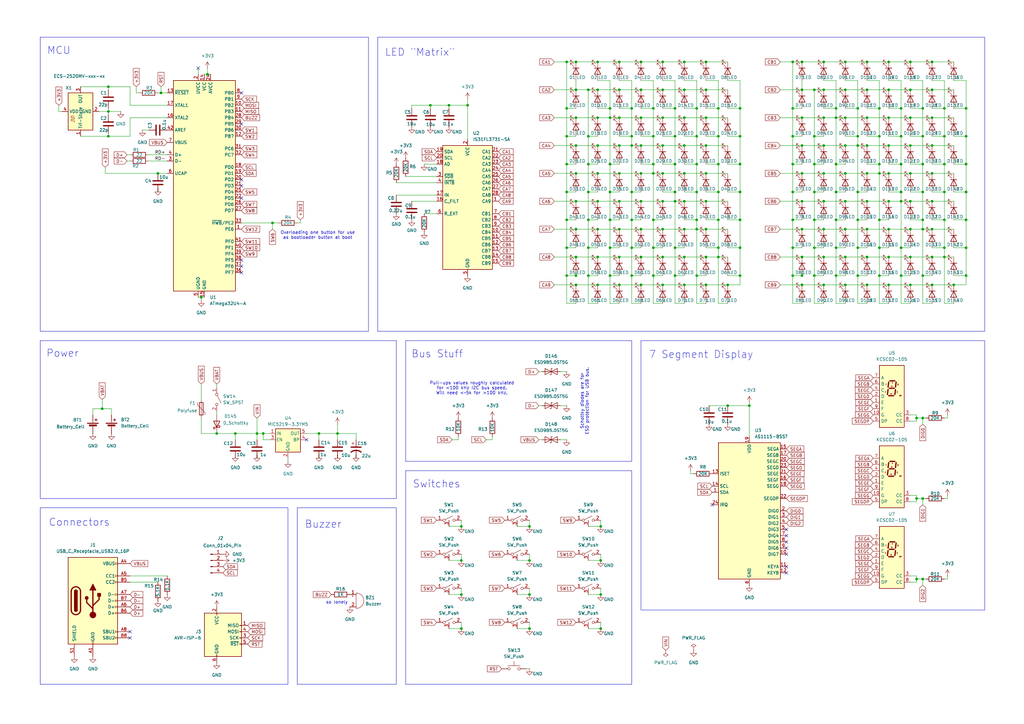
<source format=kicad_sch>
(kicad_sch (version 20231120) (generator "eeschema") (generator_version "8.0")
  (paper "A3")
  (title_block (title "Light Rail") (date "2024-11-13") (rev "01"))
  (junction (at 369.57 82.55))
  (junction (at 355.6 105.41))
  (junction (at 382.27 116.84))
  (junction (at 246.38 257.81))
  (junction (at 184.15 43.18))
  (junction (at 387.35 67.31))
  (junction (at 369.57 44.45))
  (junction (at 373.38 48.26))
  (junction (at 285.75 67.31))
  (junction (at 334.01 78.74))
  (junction (at 351.79 44.45))
  (junction (at 378.46 204.47))
  (junction (at 364.49 105.41))
  (junction (at 82.55 121.92))
  (junction (at 387.35 105.41))
  (junction (at 271.78 105.41))
  (junction (at 337.82 25.4))
  (junction (at 111.76 91.44))
  (junction (at 254 25.4))
  (junction (at 259.08 44.45))
  (junction (at 267.97 113.03))
  (junction (at 369.57 101.6))
  (junction (at 387.35 55.88))
  (junction (at 351.79 78.74))
  (junction (at 294.64 78.74))
  (junction (at 254 71.12))
  (junction (at 289.56 82.55))
  (junction (at 360.68 71.12))
  (junction (at 355.6 93.98))
  (junction (at 303.53 44.45))
  (junction (at 246.38 229.87))
  (junction (at 217.17 257.81))
  (junction (at 232.41 25.4))
  (junction (at 217.17 215.9))
  (junction (at 382.27 48.26))
  (junction (at 271.78 71.12))
  (junction (at 355.6 25.4))
  (junction (at 254 48.26))
  (junction (at 191.77 43.18))
  (junction (at 44.45 35.56))
  (junction (at 217.17 243.84))
  (junction (at 342.9 67.31))
  (junction (at 337.82 105.41))
  (junction (at 232.41 67.31))
  (junction (at 382.27 25.4))
  (junction (at 375.92 171.45))
  (junction (at 373.38 105.41))
  (junction (at 189.23 243.84))
  (junction (at 189.23 229.87))
  (junction (at 360.68 90.17))
  (junction (at 285.75 55.88))
  (junction (at 250.19 90.17))
  (junction (at 280.67 48.26))
  (junction (at 364.49 71.12))
  (junction (at 378.46 67.31))
  (junction (at 254 82.55))
  (junction (at 280.67 116.84))
  (junction (at 254 93.98))
  (junction (at 254 105.41))
  (junction (at 373.38 116.84))
  (junction (at 378.46 44.45))
  (junction (at 267.97 44.45))
  (junction (at 328.93 36.83))
  (junction (at 271.78 48.26))
  (junction (at 250.19 78.74))
  (junction (at 130.81 177.8))
  (junction (at 267.97 90.17))
  (junction (at 337.82 93.98))
  (junction (at 294.64 105.41))
  (junction (at 262.89 71.12))
  (junction (at 241.3 101.6))
  (junction (at 241.3 90.17))
  (junction (at 250.19 48.26))
  (junction (at 236.22 113.03))
  (junction (at 236.22 71.12))
  (junction (at 271.78 36.83))
  (junction (at 267.97 55.88))
  (junction (at 232.41 113.03))
  (junction (at 289.56 116.84))
  (junction (at 396.24 101.6))
  (junction (at 342.9 90.17))
  (junction (at 262.89 116.84))
  (junction (at 303.53 67.31))
  (junction (at 364.49 25.4))
  (junction (at 351.79 113.03))
  (junction (at 298.45 116.84))
  (junction (at 373.38 25.4))
  (junction (at 364.49 116.84))
  (junction (at 360.68 44.45))
  (junction (at 378.46 78.74))
  (junction (at 250.19 44.45))
  (junction (at 96.52 177.8))
  (junction (at 236.22 105.41))
  (junction (at 360.68 55.88))
  (junction (at 373.38 82.55))
  (junction (at 276.86 82.55))
  (junction (at 285.75 78.74))
  (junction (at 342.9 113.03))
  (junction (at 378.46 113.03))
  (junction (at 346.71 93.98))
  (junction (at 355.6 48.26))
  (junction (at 267.97 67.31))
  (junction (at 373.38 36.83))
  (junction (at 396.24 113.03))
  (junction (at 280.67 25.4))
  (junction (at 289.56 59.69))
  (junction (at 241.3 113.03))
  (junction (at 334.01 101.6))
  (junction (at 232.41 55.88))
  (junction (at 346.71 105.41))
  (junction (at 396.24 67.31))
  (junction (at 262.89 36.83))
  (junction (at 303.53 113.03))
  (junction (at 254 36.83))
  (junction (at 294.64 67.31))
  (junction (at 245.11 25.4))
  (junction (at 236.22 93.98))
  (junction (at 217.17 229.87))
  (junction (at 369.57 113.03))
  (junction (at 337.82 59.69))
  (junction (at 236.22 25.4))
  (junction (at 346.71 36.83))
  (junction (at 373.38 59.69))
  (junction (at 271.78 59.69))
  (junction (at 334.01 113.03))
  (junction (at 267.97 101.6))
  (junction (at 328.93 71.12))
  (junction (at 41.91 167.64))
  (junction (at 346.71 71.12))
  (junction (at 245.11 116.84))
  (junction (at 303.53 101.6))
  (junction (at 360.68 101.6))
  (junction (at 236.22 48.26))
  (junction (at 259.08 59.69))
  (junction (at 241.3 67.31))
  (junction (at 276.86 78.74))
  (junction (at 337.82 48.26))
  (junction (at 245.11 105.41))
  (junction (at 360.68 67.31))
  (junction (at 303.53 55.88))
  (junction (at 307.34 166.37))
  (junction (at 396.24 90.17))
  (junction (at 334.01 90.17))
  (junction (at 285.75 90.17))
  (junction (at 232.41 44.45))
  (junction (at 289.56 71.12))
  (junction (at 364.49 48.26))
  (junction (at 105.41 177.8))
  (junction (at 107.95 177.8))
  (junction (at 342.9 101.6))
  (junction (at 289.56 36.83))
  (junction (at 351.79 55.88))
  (junction (at 189.23 257.81))
  (junction (at 280.67 71.12))
  (junction (at 245.11 36.83))
  (junction (at 276.86 44.45))
  (junction (at 44.45 45.72))
  (junction (at 289.56 25.4))
  (junction (at 328.93 105.41))
  (junction (at 351.79 59.69))
  (junction (at 342.9 48.26))
  (junction (at 232.41 78.74))
  (junction (at 285.75 44.45))
  (junction (at 85.09 30.48))
  (junction (at 250.19 67.31))
  (junction (at 328.93 113.03))
  (junction (at 262.89 25.4))
  (junction (at 382.27 36.83))
  (junction (at 387.35 78.74))
  (junction (at 271.78 116.84))
  (junction (at 262.89 82.55))
  (junction (at 88.9 177.8))
  (junction (at 382.27 93.98))
  (junction (at 328.93 93.98))
  (junction (at 241.3 78.74))
  (junction (at 346.71 82.55))
  (junction (at 245.11 82.55))
  (junction (at 259.08 90.17))
  (junction (at 328.93 48.26))
  (junction (at 276.86 67.31))
  (junction (at 342.9 44.45))
  (junction (at 325.12 90.17))
  (junction (at 396.24 55.88))
  (junction (at 328.93 116.84))
  (junction (at 294.64 101.6))
  (junction (at 303.53 78.74))
  (junction (at 64.77 71.12))
  (junction (at 378.46 237.49))
  (junction (at 241.3 36.83))
  (junction (at 334.01 55.88))
  (junction (at 276.86 55.88))
  (junction (at 382.27 82.55))
  (junction (at 325.12 44.45))
  (junction (at 254 116.84))
  (junction (at 44.45 55.88))
  (junction (at 328.93 82.55))
  (junction (at 364.49 82.55))
  (junction (at 254 59.69))
  (junction (at 325.12 78.74))
  (junction (at 259.08 101.6))
  (junction (at 262.89 59.69))
  (junction (at 294.64 44.45))
  (junction (at 298.45 166.37))
  (junction (at 325.12 101.6))
  (junction (at 369.57 78.74))
  (junction (at 280.67 105.41))
  (junction (at 271.78 82.55))
  (junction (at 262.89 93.98))
  (junction (at 325.12 113.03))
  (junction (at 369.57 67.31))
  (junction (at 259.08 55.88))
  (junction (at 262.89 105.41))
  (junction (at 351.79 101.6))
  (junction (at 236.22 59.69))
  (junction (at 250.19 113.03))
  (junction (at 246.38 243.84))
  (junction (at 342.9 78.74))
  (junction (at 232.41 101.6))
  (junction (at 346.71 59.69))
  (junction (at 236.22 116.84))
  (junction (at 355.6 36.83))
  (junction (at 325.12 25.4))
  (junction (at 396.24 44.45))
  (junction (at 285.75 113.03))
  (junction (at 396.24 78.74))
  (junction (at 246.38 215.9))
  (junction (at 337.82 36.83))
  (junction (at 387.35 44.45))
  (junction (at 236.22 36.83))
  (junction (at 364.49 93.98))
  (junction (at 382.27 105.41))
  (junction (at 236.22 82.55))
  (junction (at 364.49 36.83))
  (junction (at 337.82 71.12))
  (junction (at 325.12 55.88))
  (junction (at 355.6 71.12))
  (junction (at 276.86 101.6))
  (junction (at 245.11 59.69))
  (junction (at 360.68 113.03))
  (junction (at 375.92 237.49))
  (junction (at 294.64 55.88))
  (junction (at 346.71 48.26))
  (junction (at 241.3 55.88))
  (junction (at 337.82 82.55))
  (junction (at 378.46 93.98))
  (junction (at 276.86 113.03))
  (junction (at 355.6 82.55))
  (junction (at 262.89 48.26))
  (junction (at 378.46 55.88))
  (junction (at 289.56 105.41))
  (junction (at 259.08 113.03))
  (junction (at 138.43 177.8))
  (junction (at 328.93 25.4))
  (junction (at 391.16 116.84))
  (junction (at 328.93 59.69))
  (junction (at 375.92 204.47))
  (junction (at 355.6 59.69))
  (junction (at 378.46 171.45))
  (junction (at 382.27 59.69))
  (junction (at 387.35 101.6))
  (junction (at 232.41 90.17))
  (junction (at 346.71 25.4))
  (junction (at 373.38 93.98))
  (junction (at 387.35 90.17))
  (junction (at 250.19 101.6))
  (junction (at 369.57 55.88))
  (junction (at 346.71 116.84))
  (junction (at 378.46 90.17))
  (junction (at 337.82 116.84))
  (junction (at 66.04 38.1))
  (junction (at 289.56 48.26))
  (junction (at 259.08 78.74))
  (junction (at 364.49 59.69))
  (junction (at 189.23 215.9))
  (junction (at 373.38 71.12))
  (junction (at 334.01 36.83))
  (junction (at 294.64 90.17))
  (junction (at 289.56 93.98))
  (junction (at 355.6 116.84))
  (junction (at 382.27 71.12))
  (junction (at 280.67 59.69))
  (junction (at 245.11 71.12))
  (junction (at 351.79 90.17))
  (junction (at 245.11 48.26))
  (junction (at 280.67 82.55))
  (junction (at 325.12 67.31))
  (junction (at 271.78 25.4))
  (junction (at 176.53 43.18))
  (junction (at 245.11 93.98))
  (junction (at 285.75 93.98))
  (junction (at 271.78 93.98))
  (junction (at 334.01 67.31))
  (junction (at 280.67 93.98))
  (junction (at 303.53 90.17))
  (junction (at 267.97 71.12))
  (junction (at 280.67 36.83))
  (no_connect (at 99.06 106.68))
  (no_connect (at 99.06 50.8))
  (no_connect (at 125.73 180.34))
  (no_connect (at 99.06 73.66))
  (no_connect (at 322.58 227.33))
  (no_connect (at 81.28 27.94))
  (no_connect (at 99.06 81.28))
  (no_connect (at 322.58 222.25))
  (no_connect (at 322.58 224.79))
  (no_connect (at 53.34 259.08))
  (no_connect (at 322.58 232.41))
  (no_connect (at 99.06 76.2))
  (no_connect (at 292.1 207.01))
  (no_connect (at 322.58 217.17))
  (no_connect (at 99.06 111.76))
  (no_connect (at 99.06 38.1))
  (no_connect (at 53.34 261.62))
  (no_connect (at 99.06 109.22))
  (no_connect (at 322.58 234.95))
  (no_connect (at 322.58 219.71))
  (wire (pts (xy 241.3 36.83) (xy 245.11 36.83)))
  (wire (pts (xy 259.08 113.03) (xy 259.08 101.6)))
  (wire (pts (xy 360.68 101.6) (xy 364.49 101.6)))
  (wire (pts (xy 146.05 186.69) (xy 146.05 187.96)))
  (wire (pts (xy 267.97 71.12) (xy 271.78 71.12)))
  (wire (pts (xy 325.12 101.6) (xy 328.93 101.6)))
  (wire (pts (xy 396.24 116.84) (xy 391.16 116.84)))
  (wire (pts (xy 337.82 71.12) (xy 346.71 71.12)))
  (wire (pts (xy 227.33 71.12) (xy 236.22 71.12)))
  (wire (pts (xy 378.46 44.45) (xy 378.46 55.88)))
  (wire (pts (xy 379.73 171.45) (xy 378.46 171.45)))
  (wire (pts (xy 232.41 55.88) (xy 232.41 67.31)))
  (wire (pts (xy 189.23 257.81) (xy 189.23 255.27)))
  (wire (pts (xy 289.56 116.84) (xy 298.45 116.84)))
  (wire (pts (xy 373.38 82.55) (xy 382.27 82.55)))
  (wire (pts (xy 245.11 105.41) (xy 254 105.41)))
  (wire (pts (xy 276.86 113.03) (xy 276.86 101.6)))
  (wire (pts (xy 25.4 45.72) (xy 24.13 45.72)))
  (wire (pts (xy 271.78 48.26) (xy 280.67 48.26)))
  (wire (pts (xy 342.9 113.03) (xy 346.71 113.03)))
  (wire (pts (xy 391.16 67.31) (xy 396.24 67.31)))
  (wire (pts (xy 229.87 166.37) (xy 232.41 166.37)))
  (wire (pts (xy 280.67 116.84) (xy 289.56 116.84)))
  (wire (pts (xy 298.45 67.31) (xy 303.53 67.31)))
  (wire (pts (xy 254 105.41) (xy 262.89 105.41)))
  (wire (pts (xy 298.45 44.45) (xy 303.53 44.45)))
  (wire (pts (xy 254 25.4) (xy 262.89 25.4)))
  (wire (pts (xy 337.82 116.84) (xy 346.71 116.84)))
  (wire (pts (xy 355.6 33.02) (xy 360.68 33.02)))
  (wire (pts (xy 387.35 67.31) (xy 387.35 78.74)))
  (wire (pts (xy 250.19 78.74) (xy 254 78.74)))
  (wire (pts (xy 111.76 91.44) (xy 99.06 91.44)))
  (wire (pts (xy 271.78 93.98) (xy 280.67 93.98)))
  (wire (pts (xy 364.49 93.98) (xy 373.38 93.98)))
  (wire (pts (xy 378.46 204.47) (xy 378.46 207.01)))
  (wire (pts (xy 388.62 171.45) (xy 388.62 170.18)))
  (wire (pts (xy 328.93 93.98) (xy 337.82 93.98)))
  (wire (pts (xy 378.46 204.47) (xy 375.92 204.47)))
  (wire (pts (xy 346.71 48.26) (xy 355.6 48.26)))
  (wire (pts (xy 355.6 25.4) (xy 364.49 25.4)))
  (wire (pts (xy 212.09 215.9) (xy 217.17 215.9)))
  (wire (pts (xy 227.33 82.55) (xy 236.22 82.55)))
  (wire (pts (xy 250.19 44.45) (xy 245.11 44.45)))
  (wire (pts (xy 337.82 82.55) (xy 346.71 82.55)))
  (wire (pts (xy 271.78 67.31) (xy 276.86 67.31)))
  (wire (pts (xy 57.15 38.1) (xy 55.88 38.1)))
  (wire (pts (xy 53.34 35.56) (xy 53.34 43.18)))
  (wire (pts (xy 259.08 101.6) (xy 262.89 101.6)))
  (wire (pts (xy 351.79 55.88) (xy 351.79 59.69)))
  (wire (pts (xy 138.43 177.8) (xy 146.05 177.8)))
  (wire (pts (xy 262.89 33.02) (xy 267.97 33.02)))
  (wire (pts (xy 259.08 59.69) (xy 262.89 59.69)))
  (wire (pts (xy 184.15 229.87) (xy 189.23 229.87)))
  (wire (pts (xy 38.1 167.64) (xy 38.1 170.18)))
  (wire (pts (xy 236.22 59.69) (xy 245.11 59.69)))
  (wire (pts (xy 280.67 105.41) (xy 289.56 105.41)))
  (wire (pts (xy 88.9 157.48) (xy 88.9 158.75)))
  (wire (pts (xy 285.75 113.03) (xy 289.56 113.03)))
  (wire (pts (xy 241.3 55.88) (xy 241.3 67.31)))
  (wire (pts (xy 271.78 124.46) (xy 267.97 124.46)))
  (wire (pts (xy 271.78 116.84) (xy 280.67 116.84)))
  (wire (pts (xy 64.77 38.1) (xy 66.04 38.1)))
  (wire (pts (xy 289.56 36.83) (xy 298.45 36.83)))
  (wire (pts (xy 227.33 116.84) (xy 236.22 116.84)))
  (wire (pts (xy 391.16 78.74) (xy 396.24 78.74)))
  (wire (pts (xy 289.56 71.12) (xy 298.45 71.12)))
  (wire (pts (xy 325.12 90.17) (xy 325.12 101.6)))
  (wire (pts (xy 364.49 44.45) (xy 369.57 44.45)))
  (wire (pts (xy 342.9 90.17) (xy 346.71 90.17)))
  (wire (pts (xy 289.56 67.31) (xy 294.64 67.31)))
  (wire (pts (xy 396.24 33.02) (xy 396.24 44.45)))
  (wire (pts (xy 289.56 78.74) (xy 294.64 78.74)))
  (wire (pts (xy 189.23 243.84) (xy 189.23 241.3)))
  (wire (pts (xy 53.34 48.26) (xy 53.34 55.88)))
  (wire (pts (xy 351.79 101.6) (xy 355.6 101.6)))
  (wire (pts (xy 289.56 55.88) (xy 294.64 55.88)))
  (wire (pts (xy 285.75 93.98) (xy 289.56 93.98)))
  (wire (pts (xy 217.17 229.87) (xy 217.17 227.33)))
  (wire (pts (xy 373.38 116.84) (xy 382.27 116.84)))
  (wire (pts (xy 245.11 116.84) (xy 254 116.84)))
  (wire (pts (xy 285.75 90.17) (xy 285.75 93.98)))
  (wire (pts (xy 241.3 124.46) (xy 241.3 113.03)))
  (wire (pts (xy 369.57 124.46) (xy 369.57 113.03)))
  (wire (pts (xy 241.3 67.31) (xy 245.11 67.31)))
  (wire (pts (xy 373.38 78.74) (xy 378.46 78.74)))
  (wire (pts (xy 285.75 67.31) (xy 285.75 78.74)))
  (wire (pts (xy 303.53 33.02) (xy 303.53 44.45)))
  (wire (pts (xy 215.9 274.32) (xy 217.17 274.32)))
  (wire (pts (xy 173.99 87.63) (xy 179.07 87.63)))
  (wire (pts (xy 138.43 186.69) (xy 138.43 187.96)))
  (wire (pts (xy 360.68 44.45) (xy 360.68 55.88)))
  (wire (pts (xy 283.21 194.31) (xy 284.48 194.31)))
  (wire (pts (xy 189.23 215.9) (xy 189.23 213.36)))
  (wire (pts (xy 396.24 113.03) (xy 396.24 116.84)))
  (wire (pts (xy 125.73 177.8) (xy 130.81 177.8)))
  (wire (pts (xy 43.18 68.58) (xy 43.18 71.12)))
  (wire (pts (xy 346.71 36.83) (xy 355.6 36.83)))
  (wire (pts (xy 267.97 55.88) (xy 267.97 67.31)))
  (wire (pts (xy 45.72 167.64) (xy 45.72 170.18)))
  (wire (pts (xy 320.04 48.26) (xy 328.93 48.26)))
  (wire (pts (xy 378.46 237.49) (xy 378.46 240.03)))
  (wire (pts (xy 232.41 124.46) (xy 236.22 124.46)))
  (wire (pts (xy 328.93 36.83) (xy 328.93 33.02)))
  (wire (pts (xy 88.9 177.8) (xy 96.52 177.8)))
  (wire (pts (xy 364.49 25.4) (xy 373.38 25.4)))
  (wire (pts (xy 396.24 55.88) (xy 396.24 67.31)))
  (wire (pts (xy 227.33 36.83) (xy 236.22 36.83)))
  (wire (pts (xy 245.11 93.98) (xy 254 93.98)))
  (wire (pts (xy 130.81 177.8) (xy 130.81 180.34)))
  (wire (pts (xy 280.67 71.12) (xy 289.56 71.12)))
  (wire (pts (xy 184.15 215.9) (xy 189.23 215.9)))
  (wire (pts (xy 105.41 177.8) (xy 105.41 180.34)))
  (wire (pts (xy 378.46 93.98) (xy 382.27 93.98)))
  (wire (pts (xy 96.52 186.69) (xy 96.52 187.96)))
  (wire (pts (xy 259.08 44.45) (xy 259.08 55.88)))
  (wire (pts (xy 110.49 180.34) (xy 107.95 180.34)))
  (wire (pts (xy 369.57 44.45) (xy 369.57 55.88)))
  (wire (pts (xy 378.46 171.45) (xy 375.92 171.45)))
  (wire (pts (xy 217.17 243.84) (xy 217.17 241.3)))
  (wire (pts (xy 355.6 48.26) (xy 364.49 48.26)))
  (wire (pts (xy 232.41 55.88) (xy 236.22 55.88)))
  (wire (pts (xy 373.38 36.83) (xy 382.27 36.83)))
  (wire (pts (xy 364.49 33.02) (xy 369.57 33.02)))
  (wire (pts (xy 53.34 43.18) (xy 68.58 43.18)))
  (wire (pts (xy 334.01 90.17) (xy 337.82 90.17)))
  (wire (pts (xy 294.64 44.45) (xy 294.64 55.88)))
  (wire (pts (xy 245.11 124.46) (xy 241.3 124.46)))
  (wire (pts (xy 346.71 93.98) (xy 355.6 93.98)))
  (wire (pts (xy 334.01 124.46) (xy 334.01 113.03)))
  (wire (pts (xy 364.49 48.26) (xy 373.38 48.26)))
  (wire (pts (xy 388.62 237.49) (xy 388.62 236.22)))
  (wire (pts (xy 53.34 48.26) (xy 68.58 48.26)))
  (wire (pts (xy 280.67 93.98) (xy 285.75 93.98)))
  (wire (pts (xy 227.33 48.26) (xy 236.22 48.26)))
  (wire (pts (xy 220.98 166.37) (xy 222.25 166.37)))
  (wire (pts (xy 114.3 91.44) (xy 111.76 91.44)))
  (wire (pts (xy 232.41 113.03) (xy 232.41 124.46)))
  (wire (pts (xy 276.86 55.88) (xy 276.86 67.31)))
  (wire (pts (xy 391.16 124.46) (xy 387.35 124.46)))
  (wire (pts (xy 351.79 113.03) (xy 355.6 113.03)))
  (wire (pts (xy 241.3 113.03) (xy 241.3 101.6)))
  (wire (pts (xy 382.27 90.17) (xy 387.35 90.17)))
  (wire (pts (xy 325.12 67.31) (xy 328.93 67.31)))
  (wire (pts (xy 378.46 33.02) (xy 378.46 44.45)))
  (wire (pts (xy 298.45 90.17) (xy 303.53 90.17)))
  (wire (pts (xy 325.12 44.45) (xy 328.93 44.45)))
  (wire (pts (xy 107.95 177.8) (xy 110.49 177.8)))
  (wire (pts (xy 328.93 25.4) (xy 337.82 25.4)))
  (wire (pts (xy 267.97 124.46) (xy 267.97 113.03)))
  (wire (pts (xy 351.79 101.6) (xy 351.79 90.17)))
  (wire (pts (xy 254 116.84) (xy 262.89 116.84)))
  (wire (pts (xy 334.01 55.88) (xy 337.82 55.88)))
  (wire (pts (xy 360.68 113.03) (xy 364.49 113.03)))
  (wire (pts (xy 289.56 105.41) (xy 294.64 105.41)))
  (wire (pts (xy 44.45 45.72) (xy 49.53 45.72)))
  (wire (pts (xy 378.46 55.88) (xy 378.46 67.31)))
  (wire (pts (xy 294.64 101.6) (xy 294.64 105.41)))
  (wire (pts (xy 334.01 113.03) (xy 337.82 113.03)))
  (wire (pts (xy 280.67 78.74) (xy 285.75 78.74)))
  (wire (pts (xy 241.3 78.74) (xy 241.3 67.31)))
  (wire (pts (xy 44.45 55.88) (xy 33.02 55.88)))
  (wire (pts (xy 280.67 59.69) (xy 289.56 59.69)))
  (wire (pts (xy 364.49 36.83) (xy 373.38 36.83)))
  (wire (pts (xy 355.6 55.88) (xy 360.68 55.88)))
  (wire (pts (xy 227.33 93.98) (xy 236.22 93.98)))
  (wire (pts (xy 373.38 105.41) (xy 382.27 105.41)))
  (wire (pts (xy 289.56 25.4) (xy 298.45 25.4)))
  (wire (pts (xy 262.89 44.45) (xy 267.97 44.45)))
  (wire (pts (xy 382.27 48.26) (xy 391.16 48.26)))
  (wire (pts (xy 96.52 177.8) (xy 105.41 177.8)))
  (wire (pts (xy 346.71 44.45) (xy 351.79 44.45)))
  (wire (pts (xy 254 48.26) (xy 262.89 48.26)))
  (wire (pts (xy 378.46 124.46) (xy 378.46 113.03)))
  (wire (pts (xy 88.9 168.91) (xy 88.9 170.18)))
  (wire (pts (xy 373.38 236.22) (xy 375.92 236.22)))
  (wire (pts (xy 334.01 78.74) (xy 337.82 78.74)))
  (wire (pts (xy 382.27 116.84) (xy 391.16 116.84)))
  (wire (pts (xy 396.24 101.6) (xy 396.24 113.03)))
  (wire (pts (xy 276.86 124.46) (xy 276.86 113.03)))
  (wire (pts (xy 254 93.98) (xy 262.89 93.98)))
  (wire (pts (xy 373.38 170.18) (xy 375.92 170.18)))
  (wire (pts (xy 254 82.55) (xy 262.89 82.55)))
  (wire (pts (xy 375.92 172.72) (xy 373.38 172.72)))
  (wire (pts (xy 369.57 78.74) (xy 369.57 82.55)))
  (wire (pts (xy 259.08 59.69) (xy 259.08 78.74)))
  (wire (pts (xy 262.89 124.46) (xy 259.08 124.46)))
  (wire (pts (xy 387.35 171.45) (xy 388.62 171.45)))
  (wire (pts (xy 289.56 48.26) (xy 298.45 48.26)))
  (wire (pts (xy 41.91 167.64) (xy 38.1 167.64)))
  (wire (pts (xy 373.38 48.26) (xy 382.27 48.26)))
  (wire (pts (xy 342.9 48.26) (xy 346.71 48.26)))
  (wire (pts (xy 82.55 171.45) (xy 82.55 177.8)))
  (wire (pts (xy 82.55 121.92) (xy 82.55 123.19)))
  (wire (pts (xy 375.92 170.18) (xy 375.92 171.45)))
  (wire (pts (xy 307.34 166.37) (xy 307.34 179.07)))
  (wire (pts (xy 375.92 237.49) (xy 375.92 238.76)))
  (wire (pts (xy 232.41 25.4) (xy 236.22 25.4)))
  (wire (pts (xy 373.38 67.31) (xy 378.46 67.31)))
  (wire (pts (xy 245.11 33.02) (xy 250.19 33.02)))
  (wire (pts (xy 236.22 93.98) (xy 245.11 93.98)))
  (wire (pts (xy 232.41 101.6) (xy 232.41 113.03)))
  (wire (pts (xy 387.35 237.49) (xy 388.62 237.49)))
  (wire (pts (xy 217.17 215.9) (xy 217.17 213.36)))
  (wire (pts (xy 364.49 71.12) (xy 373.38 71.12)))
  (wire (pts (xy 241.3 36.83) (xy 241.3 55.88)))
  (wire (pts (xy 334.01 67.31) (xy 337.82 67.31)))
  (wire (pts (xy 325.12 78.74) (xy 328.93 78.74)))
  (wire (pts (xy 360.68 33.02) (xy 360.68 44.45)))
  (wire (pts (xy 241.3 90.17) (xy 241.3 78.74)))
  (wire (pts (xy 346.71 55.88) (xy 351.79 55.88)))
  (wire (pts (xy 82.55 163.83) (xy 82.55 157.48)))
  (wire (pts (xy 364.49 59.69) (xy 373.38 59.69)))
  (wire (pts (xy 236.22 36.83) (xy 241.3 36.83)))
  (wire (pts (xy 280.67 82.55) (xy 289.56 82.55)))
  (wire (pts (xy 351.79 124.46) (xy 351.79 113.03)))
  (wire (pts (xy 337.82 33.02) (xy 342.9 33.02)))
  (wire (pts (xy 351.79 59.69) (xy 351.79 78.74)))
  (wire (pts (xy 294.64 78.74) (xy 294.64 90.17)))
  (wire (pts (xy 271.78 36.83) (xy 280.67 36.83)))
  (wire (pts (xy 289.56 93.98) (xy 298.45 93.98)))
  (wire (pts (xy 280.67 25.4) (xy 289.56 25.4)))
  (wire (pts (xy 382.27 124.46) (xy 378.46 124.46)))
  (wire (pts (xy 360.68 55.88) (xy 360.68 67.31)))
  (wire (pts (xy 325.12 55.88) (xy 325.12 67.31)))
  (wire (pts (xy 227.33 25.4) (xy 232.41 25.4)))
  (wire (pts (xy 387.35 78.74) (xy 387.35 90.17)))
  (wire (pts (xy 396.24 90.17) (xy 396.24 101.6)))
  (wire (pts (xy 325.12 124.46) (xy 328.93 124.46)))
  (wire (pts (xy 360.68 113.03) (xy 360.68 101.6)))
  (wire (pts (xy 364.49 78.74) (xy 369.57 78.74)))
  (wire (pts (xy 342.9 124.46) (xy 342.9 113.03)))
  (wire (pts (xy 289.56 33.02) (xy 294.64 33.02)))
  (wire (pts (xy 382.27 25.4) (xy 391.16 25.4)))
  (wire (pts (xy 220.98 152.4) (xy 222.25 152.4)))
  (wire (pts (xy 320.04 116.84) (xy 328.93 116.84)))
  (wire (pts (xy 245.11 82.55) (xy 254 82.55)))
  (wire (pts (xy 355.6 71.12) (xy 360.68 71.12)))
  (wire (pts (xy 294.64 124.46) (xy 294.64 105.41)))
  (wire (pts (xy 334.01 101.6) (xy 337.82 101.6)))
  (wire (pts (xy 168.91 43.18) (xy 168.91 44.45)))
  (wire (pts (xy 298.45 166.37) (xy 307.34 166.37)))
  (wire (pts (xy 271.78 33.02) (xy 276.86 33.02)))
  (wire (pts (xy 320.04 93.98) (xy 328.93 93.98)))
  (wire (pts (xy 355.6 36.83) (xy 364.49 36.83)))
  (wire (pts (xy 64.77 77.47) (xy 64.77 78.74)))
  (wire (pts (xy 320.04 82.55) (xy 328.93 82.55)))
  (wire (pts (xy 280.67 48.26) (xy 289.56 48.26)))
  (wire (pts (xy 285.75 78.74) (xy 285.75 90.17)))
  (wire (pts (xy 373.38 25.4) (xy 382.27 25.4)))
  (wire (pts (xy 236.22 25.4) (xy 245.11 25.4)))
  (wire (pts (xy 360.68 71.12) (xy 364.49 71.12)))
  (wire (pts (xy 121.92 91.44) (xy 123.19 91.44)))
  (wire (pts (xy 24.13 43.18) (xy 24.13 45.72)))
  (wire (pts (xy 351.79 90.17) (xy 355.6 90.17)))
  (wire (pts (xy 130.81 177.8) (xy 138.43 177.8)))
  (wire (pts (xy 375.92 203.2) (xy 375.92 204.47)))
  (wire (pts (xy 391.16 33.02) (xy 396.24 33.02)))
  (wire (pts (xy 250.19 33.02) (xy 250.19 44.45)))
  (wire (pts (xy 254 44.45) (xy 259.08 44.45)))
  (wire (pts (xy 267.97 101.6) (xy 271.78 101.6)))
  (wire (pts (xy 346.71 33.02) (xy 351.79 33.02)))
  (wire (pts (xy 85.09 30.48) (xy 86.36 30.48)))
  (wire (pts (xy 232.41 90.17) (xy 232.41 101.6)))
  (wire (pts (xy 250.19 67.31) (xy 254 67.31)))
  (wire (pts (xy 259.08 90.17) (xy 262.89 90.17)))
  (wire (pts (xy 334.01 113.03) (xy 334.01 101.6)))
  (wire (pts (xy 285.75 44.45) (xy 285.75 55.88)))
  (wire (pts (xy 229.87 180.34) (xy 232.41 180.34)))
  (wire (pts (xy 378.46 171.45) (xy 378.46 173.99)))
  (wire (pts (xy 303.53 55.88) (xy 303.53 67.31)))
  (wire (pts (xy 387.35 124.46) (xy 387.35 105.41)))
  (wire (pts (xy 342.9 48.26) (xy 342.9 44.45)))
  (wire (pts (xy 351.79 90.17) (xy 351.79 78.74)))
  (wire (pts (xy 217.17 257.81) (xy 217.17 255.27)))
  (wire (pts (xy 232.41 101.6) (xy 236.22 101.6)))
  (wire (pts (xy 382.27 33.02) (xy 387.35 33.02)))
  (wire (pts (xy 375.92 238.76) (xy 373.38 238.76)))
  (wire (pts (xy 250.19 101.6) (xy 254 101.6)))
  (wire (pts (xy 378.46 67.31) (xy 378.46 78.74)))
  (wire (pts (xy 232.41 78.74) (xy 236.22 78.74)))
  (wire (pts (xy 280.67 124.46) (xy 276.86 124.46)))
  (wire (pts (xy 387.35 105.41) (xy 391.16 105.41)))
  (wire (pts (xy 364.49 82.55) (xy 369.57 82.55)))
  (wire (pts (xy 369.57 113.03) (xy 373.38 113.03)))
  (wire (pts (xy 337.82 36.83) (xy 346.71 36.83)))
  (wire (pts (xy 387.35 33.02) (xy 387.35 44.45)))
  (wire (pts (xy 259.08 113.03) (xy 262.89 113.03)))
  (wire (pts (xy 360.68 90.17) (xy 364.49 90.17)))
  (wire (pts (xy 201.93 180.34) (xy 201.93 179.07)))
  (wire (pts (xy 391.16 55.88) (xy 396.24 55.88)))
  (wire (pts (xy 382.27 55.88) (xy 387.35 55.88)))
  (wire (pts (xy 382.27 105.41) (xy 387.35 105.41)))
  (wire (pts (xy 267.97 33.02) (xy 267.97 44.45)))
  (wire (pts (xy 259.08 55.88) (xy 259.08 59.69)))
  (wire (pts (xy 285.75 33.02) (xy 285.75 44.45)))
  (wire (pts (xy 360.68 124.46) (xy 360.68 113.03)))
  (wire (pts (xy 254 33.02) (xy 259.08 33.02)))
  (wire (pts (xy 325.12 67.31) (xy 325.12 78.74)))
  (wire (pts (xy 236.22 116.84) (xy 245.11 116.84)))
  (wire (pts (xy 355.6 44.45) (xy 360.68 44.45)))
  (wire (pts (xy 351.79 59.69) (xy 355.6 59.69)))
  (wire (pts (xy 373.38 90.17) (xy 378.46 90.17)))
  (wire (pts (xy 337.82 48.26) (xy 342.9 48.26)))
  (wire (pts (xy 105.41 171.45) (xy 105.41 177.8)))
  (wire (pts (xy 41.91 167.64) (xy 45.72 167.64)))
  (wire (pts (xy 250.19 90.17) (xy 250.19 78.74)))
  (wire (pts (xy 229.87 152.4) (xy 232.41 152.4)))
  (wire (pts (xy 334.01 78.74) (xy 334.01 67.31)))
  (wire (pts (xy 328.93 59.69) (xy 337.82 59.69)))
  (wire (pts (xy 271.78 78.74) (xy 276.86 78.74)))
  (wire (pts (xy 342.9 101.6) (xy 346.71 101.6)))
  (wire (pts (xy 254 55.88) (xy 259.08 55.88)))
  (wire (pts (xy 232.41 25.4) (xy 232.41 44.45)))
  (wire (pts (xy 285.75 124.46) (xy 285.75 113.03)))
  (wire (pts (xy 262.89 82.55) (xy 271.78 82.55)))
  (wire (pts (xy 280.67 55.88) (xy 285.75 55.88)))
  (wire (pts (xy 82.55 177.8) (xy 88.9 177.8)))
  (wire (pts (xy 325.12 25.4) (xy 325.12 44.45)))
  (wire (pts (xy 245.11 36.83) (xy 254 36.83)))
  (wire (pts (xy 236.22 71.12) (xy 245.11 71.12)))
  (wire (pts (xy 271.78 55.88) (xy 276.86 55.88)))
  (wire (pts (xy 373.38 124.46) (xy 369.57 124.46)))
  (wire (pts (xy 373.38 33.02) (xy 378.46 33.02)))
  (wire (pts (xy 271.78 25.4) (xy 280.67 25.4)))
  (wire (pts (xy 303.53 101.6) (xy 303.53 113.03)))
  (wire (pts (xy 387.35 44.45) (xy 387.35 55.88)))
  (wire (pts (xy 396.24 67.31) (xy 396.24 78.74)))
  (wire (pts (xy 382.27 71.12) (xy 391.16 71.12)))
  (wire (pts (xy 346.71 82.55) (xy 355.6 82.55)))
  (wire (pts (xy 271.78 44.45) (xy 276.86 44.45)))
  (wire (pts (xy 60.96 63.5) (xy 68.58 63.5)))
  (wire (pts (xy 250.19 124.46) (xy 250.19 113.03)))
  (wire (pts (xy 250.19 67.31) (xy 250.19 78.74)))
  (wire (pts (xy 276.86 113.03) (xy 280.67 113.03)))
  (wire (pts (xy 250.19 48.26) (xy 250.19 44.45)))
  (wire (pts (xy 262.89 67.31) (xy 267.97 67.31)))
  (wire (pts (xy 262.89 55.88) (xy 267.97 55.88)))
  (wire (pts (xy 337.82 105.41) (xy 346.71 105.41)))
  (wire (pts (xy 267.97 44.45) (xy 267.97 55.88)))
  (wire (pts (xy 391.16 90.17) (xy 396.24 90.17)))
  (wire (pts (xy 168.91 82.55) (xy 179.07 82.55)))
  (wire (pts (xy 337.82 25.4) (xy 346.71 25.4)))
  (wire (pts (xy 294.64 55.88) (xy 294.64 67.31)))
  (wire (pts (xy 199.39 180.34) (xy 201.93 180.34)))
  (wire (pts (xy 337.82 124.46) (xy 334.01 124.46)))
  (wire (pts (xy 373.38 59.69) (xy 382.27 59.69)))
  (wire (pts (xy 369.57 113.03) (xy 369.57 101.6)))
  (wire (pts (xy 346.71 71.12) (xy 355.6 71.12)))
  (wire (pts (xy 325.12 25.4) (xy 328.93 25.4)))
  (wire (pts (xy 280.67 33.02) (xy 285.75 33.02)))
  (wire (pts (xy 138.43 173.99) (xy 138.43 177.8)))
  (wire (pts (xy 184.15 43.18) (xy 191.77 43.18)))
  (wire (pts (xy 355.6 105.41) (xy 364.49 105.41)))
  (wire (pts (xy 276.86 44.45) (xy 276.86 55.88)))
  (wire (pts (xy 369.57 67.31) (xy 369.57 78.74)))
  (wire (pts (xy 382.27 59.69) (xy 391.16 59.69)))
  (wire (pts (xy 364.49 55.88) (xy 369.57 55.88)))
  (wire (pts (xy 250.19 113.03) (xy 250.19 101.6)))
  (wire (pts (xy 334.01 101.6) (xy 334.01 90.17)))
  (wire (pts (xy 267.97 67.31) (xy 267.97 71.12)))
  (wire (pts (xy 303.53 44.45) (xy 303.53 55.88)))
  (wire (pts (xy 328.93 71.12) (xy 337.82 71.12)))
  (wire (pts (xy 81.28 27.94) (xy 81.28 30.48)))
  (wire (pts (xy 328.93 105.41) (xy 337.82 105.41)))
  (wire (pts (xy 289.56 44.45) (xy 294.64 44.45)))
  (wire (pts (xy 387.35 101.6) (xy 387.35 105.41)))
  (wire (pts (xy 241.3 90.17) (xy 245.11 90.17)))
  (wire (pts (xy 373.38 93.98) (xy 378.46 93.98)))
  (wire (pts (xy 334.01 36.83) (xy 337.82 36.83)))
  (wire (pts (xy 280.67 36.83) (xy 289.56 36.83)))
  (wire (pts (xy 346.71 124.46) (xy 342.9 124.46)))
  (wire (pts (xy 232.41 78.74) (xy 232.41 90.17)))
  (wire (pts (xy 212.09 229.87) (xy 217.17 229.87)))
  (wire (pts (xy 391.16 44.45) (xy 396.24 44.45)))
  (wire (pts (xy 162.56 80.01) (xy 179.07 80.01)))
  (wire (pts (xy 250.19 48.26) (xy 250.19 67.31)))
  (wire (pts (xy 96.52 177.8) (xy 96.52 180.34)))
  (wire (pts (xy 168.91 43.18) (xy 176.53 43.18)))
  (wire (pts (xy 298.45 124.46) (xy 294.64 124.46)))
  (wire (pts (xy 355.6 116.84) (xy 364.49 116.84)))
  (wire (pts (xy 162.56 74.93) (xy 179.07 74.93)))
  (wire (pts (xy 123.19 90.17) (xy 123.19 91.44)))
  (wire (pts (xy 241.3 243.84) (xy 246.38 243.84)))
  (wire (pts (xy 375.92 236.22) (xy 375.92 237.49)))
  (wire (pts (xy 241.3 229.87) (xy 246.38 229.87)))
  (wire (pts (xy 289.56 59.69) (xy 298.45 59.69)))
  (wire (pts (xy 254 71.12) (xy 262.89 71.12)))
  (wire (pts (xy 185.42 180.34) (xy 187.96 180.34)))
  (wire (pts (xy 298.45 33.02) (xy 303.53 33.02)))
  (wire (pts (xy 369.57 82.55) (xy 373.38 82.55)))
  (wire (pts (xy 369.57 55.88) (xy 369.57 67.31)))
  (wire (pts (xy 44.45 45.72) (xy 40.64 45.72)))
  (wire (pts (xy 262.89 36.83) (xy 271.78 36.83)))
  (wire (pts (xy 342.9 113.03) (xy 342.9 101.6)))
  (wire (pts (xy 280.67 44.45) (xy 285.75 44.45)))
  (wire (pts (xy 250.19 48.26) (xy 254 48.26)))
  (wire (pts (xy 303.53 67.31) (xy 303.53 78.74)))
  (wire (pts (xy 267.97 113.03) (xy 267.97 101.6)))
  (wire (pts (xy 254 124.46) (xy 250.19 124.46)))
  (wire (pts (xy 328.93 82.55) (xy 337.82 82.55)))
  (wire (pts (xy 328.93 36.83) (xy 334.01 36.83)))
  (wire (pts (xy 364.49 124.46) (xy 360.68 124.46)))
  (wire (pts (xy 276.86 101.6) (xy 280.67 101.6)))
  (wire (pts (xy 342.9 90.17) (xy 342.9 78.74)))
  (wire (pts (xy 342.9 78.74) (xy 346.71 78.74)))
  (wire (pts (xy 373.38 203.2) (xy 375.92 203.2)))
  (wire (pts (xy 379.73 237.49) (xy 378.46 237.49)))
  (wire (pts (xy 325.12 90.17) (xy 328.93 90.17)))
  (wire (pts (xy 191.77 40.64) (xy 191.77 43.18)))
  (wire (pts (xy 227.33 105.41) (xy 236.22 105.41)))
  (wire (pts (xy 337.82 59.69) (xy 346.71 59.69)))
  (wire (pts (xy 241.3 78.74) (xy 245.11 78.74)))
  (wire (pts (xy 191.77 43.18) (xy 191.77 57.15)))
  (wire (pts (xy 138.43 177.8) (xy 138.43 180.34)))
  (wire (pts (xy 146.05 177.8) (xy 146.05 180.34)))
  (wire (pts (xy 232.41 113.03) (xy 236.22 113.03)))
  (wire (pts (xy 60.96 66.04) (xy 68.58 66.04)))
  (wire (pts (xy 82.55 121.92) (xy 83.82 121.92)))
  (wire (pts (xy 346.71 105.41) (xy 355.6 105.41)))
  (wire (pts (xy 285.75 55.88) (xy 285.75 67.31)))
  (wire (pts (xy 328.93 111.76) (xy 328.93 113.03)))
  (wire (pts (xy 337.82 93.98) (xy 346.71 93.98)))
  (wire (pts (xy 307.34 165.1) (xy 307.34 166.37)))
  (wire (pts (xy 271.78 82.55) (xy 276.86 82.55)))
  (wire (pts (xy 166.37 72.39) (xy 179.07 72.39)))
  (wire (pts (xy 246.38 215.9) (xy 246.38 213.36)))
  (wire (pts (xy 355.6 59.69) (xy 364.49 59.69)))
  (wire (pts (xy 254 36.83) (xy 262.89 36.83)))
  (wire (pts (xy 259.08 33.02) (xy 259.08 44.45)))
  (wire (pts (xy 271.78 59.69) (xy 280.67 59.69)))
  (wire (pts (xy 184.15 257.81) (xy 189.23 257.81)))
  (wire (pts (xy 105.41 177.8) (xy 107.95 177.8)))
  (wire (pts (xy 364.49 116.84) (xy 373.38 116.84)))
  (wire (pts (xy 267.97 101.6) (xy 267.97 90.17)))
  (wire (pts (xy 245.11 48.26) (xy 250.19 48.26)))
  (wire (pts (xy 289.56 124.46) (xy 285.75 124.46)))
  (wire (pts (xy 342.9 44.45) (xy 337.82 44.45)))
  (wire (pts (xy 387.35 204.47) (xy 388.62 204.47)))
  (wire (pts (xy 355.6 93.98) (xy 364.49 93.98)))
  (wire (pts (xy 298.45 113.03) (xy 303.53 113.03)))
  (wire (pts (xy 378.46 78.74) (xy 378.46 90.17)))
  (wire (pts (xy 232.41 67.31) (xy 232.41 78.74)))
  (wire (pts (xy 52.07 63.5) (xy 53.34 63.5)))
  (wire (pts (xy 189.23 229.87) (xy 189.23 227.33)))
  (wire (pts (xy 58.42 53.34) (xy 60.96 53.34)))
  (wire (pts (xy 382.27 101.6) (xy 387.35 101.6)))
  (wire (pts (xy 325.12 55.88) (xy 328.93 55.88)))
  (wire (pts (xy 53.34 55.88) (xy 44.45 55.88)))
  (wire (pts (xy 245.11 59.69) (xy 254 59.69)))
  (wire (pts (xy 285.75 113.03) (xy 285.75 93.98)))
  (wire (pts (xy 236.22 105.41) (xy 245.11 105.41)))
  (wire (pts (xy 33.02 35.56) (xy 44.45 35.56)))
  (wire (pts (xy 262.89 25.4) (xy 271.78 25.4)))
  (wire (pts (xy 325.12 113.03) (xy 328.93 113.03)))
  (wire (pts (xy 369.57 101.6) (xy 373.38 101.6)))
  (wire (pts (xy 262.89 59.69) (xy 271.78 59.69)))
  (wire (pts (xy 294.64 90.17) (xy 294.64 101.6)))
  (wire (pts (xy 364.49 67.31) (xy 369.57 67.31)))
  (wire (pts (xy 232.41 44.45) (xy 232.41 55.88)))
  (wire (pts (xy 375.92 205.74) (xy 373.38 205.74)))
  (wire (pts (xy 212.09 257.81) (xy 217.17 257.81)))
  (wire (pts (xy 85.09 27.94) (xy 85.09 30.48)))
  (wire (pts (xy 55.88 35.56) (xy 55.88 38.1)))
  (wire (pts (xy 325.12 113.03) (xy 325.12 124.46)))
  (wire (pts (xy 382.27 67.31) (xy 387.35 67.31)))
  (wire (pts (xy 241.3 257.81) (xy 246.38 257.81)))
  (wire (pts (xy 388.62 204.47) (xy 388.62 203.2)))
  (wire (pts (xy 373.38 71.12) (xy 382.27 71.12)))
  (wire (pts (xy 53.34 236.22) (xy 68.58 236.22)))
  (wire (pts (xy 130.81 186.69) (xy 130.81 187.96)))
  (wire (pts (xy 289.56 82.55) (xy 298.45 82.55)))
  (wire (pts (xy 342.9 67.31) (xy 346.71 67.31)))
  (wire (pts (xy 378.46 90.17) (xy 378.46 93.98)))
  (wire (pts (xy 236.22 36.83) (xy 236.22 33.02)))
  (wire (pts (xy 283.21 193.04) (xy 283.21 194.31)))
  (wire (pts (xy 232.41 90.17) (xy 236.22 90.17)))
  (wire (pts (xy 290.83 166.37) (xy 298.45 166.37)))
  (wire (pts (xy 276.86 101.6) (xy 276.86 82.55)))
  (wire (pts (xy 245.11 71.12) (xy 254 71.12)))
  (wire (pts (xy 241.3 101.6) (xy 245.11 101.6)))
  (wire (pts (xy 107.95 180.34) (xy 107.95 177.8)))
  (wire (pts (xy 212.09 243.84) (xy 217.17 243.84)))
  (wire (pts (xy 351.79 78.74) (xy 355.6 78.74)))
  (wire (pts (xy 382.27 78.74) (xy 387.35 78.74)))
  (wire (pts (xy 173.99 67.31) (xy 179.07 67.31)))
  (wire (pts (xy 342.9 101.6) (xy 342.9 90.17)))
  (wire (pts (xy 246.38 229.87) (xy 246.38 227.33)))
  (wire (pts (xy 303.53 113.03) (xy 303.53 116.84)))
  (wire (pts (xy 342.9 48.26) (xy 342.9 67.31)))
  (wire (pts (xy 369.57 33.02) (xy 369.57 44.45)))
  (wire (pts (xy 379.73 204.47) (xy 378.46 204.47)))
  (wire (pts (xy 346.71 59.69) (xy 351.79 59.69)))
  (wire (pts (xy 294.64 67.31) (xy 294.64 78.74)))
  (wire (pts (xy 176.53 43.18) (xy 184.15 43.18)))
  (wire (pts (xy 375.92 204.47) (xy 375.92 205.74)))
  (wire (pts (xy 320.04 25.4) (xy 325.12 25.4)))
  (wire (pts (xy 250.19 90.17) (xy 254 90.17)))
  (wire (pts (xy 355.6 124.46) (xy 351.79 124.46)))
  (wire (pts (xy 382.27 36.83) (xy 391.16 36.83)))
  (wire (pts (xy 396.24 78.74) (xy 396.24 90.17)))
  (wire (pts (xy 320.04 105.41) (xy 328.93 105.41)))
  (wire (pts (xy 259.08 90.17) (xy 259.08 78.74)))
  (wire (pts (xy 280.67 90.17) (xy 285.75 90.17)))
  (wire (pts (xy 342.9 67.31) (xy 342.9 78.74)))
  (wire (pts (xy 250.19 113.03) (xy 254 113.03)))
  (wire (pts (xy 355.6 67.31) (xy 360.68 67.31)))
  (wire (pts (xy 276.86 67.31) (xy 276.86 78.74)))
  (wire (pts (xy 118.11 189.23) (xy 118.11 187.96)))
  (wire (pts (xy 43.18 71.12) (xy 64.77 71.12)))
  (wire (pts (xy 360.68 101.6) (xy 360.68 90.17)))
  (wire (pts (xy 346.71 25.4) (xy 355.6 25.4)))
  (wire (pts (xy 298.45 55.88) (xy 303.53 55.88)))
  (wire (pts (xy 232.41 67.31) (xy 236.22 67.31)))
  (wire (pts (xy 276.86 82.55) (xy 280.67 82.55)))
  (wire (pts (xy 254 59.69) (xy 259.08 59.69)))
  (wire (pts (xy 267.97 90.17) (xy 271.78 90.17)))
  (wire (pts (xy 259.08 78.74) (xy 262.89 78.74)))
  (wire (pts (xy 378.46 237.49) (xy 375.92 237.49)))
  (wire (pts (xy 382.27 82.55) (xy 391.16 82.55)))
  (wire (pts (xy 387.35 90.17) (xy 387.35 101.6)))
  (wire (pts (xy 325.12 101.6) (xy 325.12 113.03)))
  (wire (pts (xy 41.91 163.83) (xy 41.91 167.64)))
  (wire (pts (xy 346.71 116.84) (xy 355.6 116.84)))
  (wire (pts (xy 294.64 33.02) (xy 294.64 44.45)))
  (wire (pts (xy 241.3 55.88) (xy 245.11 55.88)))
  (wire (pts (xy 360.68 67.31) (xy 360.68 71.12)))
  (wire (pts (xy 378.46 113.03) (xy 382.27 113.03)))
  (wire (pts (xy 280.67 67.31) (xy 285.75 67.31)))
  (wire (pts (xy 236.22 111.76) (xy 236.22 113.03)))
  (wire (pts (xy 111.76 93.98) (xy 111.76 91.44)))
  (wire (pts (xy 66.04 35.56) (xy 66.04 38.1)))
  (wire (pts (xy 245.11 25.4) (xy 254 25.4)))
  (wire (pts (xy 334.01 90.17) (xy 334.01 78.74)))
  (wire (pts (xy 246.38 257.81) (xy 246.38 255.27)))
  (wire (pts (xy 241.3 215.9) (xy 246.38 215.9)))
  (wire (pts (xy 220.98 180.34) (xy 222.25 180.34)))
  (wire (pts (xy 294.64 105.41) (xy 298.45 105.41)))
  (wire (pts (xy 267.97 113.03) (xy 271.78 113.03)))
  (wire (pts (xy 298.45 101.6) (xy 303.53 101.6)))
  (wire (pts (xy 325.12 78.74) (xy 325.12 90.17)))
  (wire (pts (xy 303.53 90.17) (xy 303.53 101.6)))
  (wire (pts (xy 303.53 116.84) (xy 298.45 116.84)))
  (wire (pts (xy 351.79 113.03) (xy 351.79 101.6)))
  (wire (pts (xy 66.04 38.1) (xy 68.58 38.1)))
  (wire (pts (xy 320.04 59.69) (xy 328.93 59.69)))
  (wire (pts (xy 391.16 101.6) (xy 396.24 101.6)))
  (wire (pts (xy 334.01 36.83) (xy 334.01 55.88)))
  (wire (pts (xy 246.38 243.84) (xy 246.38 241.3)))
  (wire (pts (xy 241.3 101.6) (xy 241.3 90.17)))
  (wire (pts (xy 375.92 171.45) (xy 375.92 172.72)))
  (wire (pts (xy 378.46 113.03) (xy 378.46 93.98)))
  (wire (pts (xy 83.82 30.48) (xy 85.09 30.48)))
  (wire (pts (xy 44.45 35.56) (xy 44.45 36.83)))
  (wire (pts (xy 351.79 44.45) (xy 351.79 55.88)))
  (wire (pts (xy 105.41 186.69) (xy 105.41 187.96)))
  (wire (pts (xy 391.16 113.03) (xy 396.24 113.03)))
  (wire (pts (xy 396.24 44.45) (xy 396.24 55.88)))
  (wire (pts (xy 271.78 105.41) (xy 280.67 105.41)))
  (wire (pts (xy 259.08 124.46) (xy 259.08 113.03)))
  (wire (pts (xy 373.38 44.45) (xy 378.46 44.45)))
  (wire (pts (xy 236.22 48.26) (xy 245.11 48.26)))
  (wire (pts (xy 176.53 43.18) (xy 176.53 44.45)))
  (wire (pts (xy 276.86 78.74) (xy 276.86 82.55)))
  (wire (pts (xy 250.19 101.6) (xy 250.19 90.17)))
  (wire (pts (xy 373.38 55.88) (xy 378.46 55.88)))
  (wire (pts (xy 184.15 43.18) (xy 184.15 44.45)))
  (wire (pts (xy 262.89 48.26) (xy 271.78 48.26)))
  (wire (pts (xy 232.41 44.45) (xy 236.22 44.45)))
  (wire (pts (xy 334.01 55.88) (xy 334.01 67.31)))
  (wire (pts (xy 360.68 90.17) (xy 360.68 71.12)))
  (wire (pts (xy 81.28 121.92) (xy 82.55 121.92)))
  (wire (pts (xy 227.33 59.69) (xy 236.22 59.69)))
  (wire (pts (xy 53.34 238.76) (xy 64.77 238.76)))
  (wire (pts (xy 262.89 105.41) (xy 271.78 105.41)))
  (wire (pts (xy 262.89 93.98) (xy 271.78 93.98)))
  (wire (pts (xy 241.3 113.03) (xy 245.11 113.03)))
  (wire (pts (xy 262.89 116.84) (xy 271.78 116.84)))
  (wire (pts (xy 187.96 180.34) (xy 187.96 179.07)))
  (wire (pts (xy 44.45 35.56) (xy 53.34 35.56)))
  (wire (pts (xy 271.78 71.12) (xy 280.67 71.12)))
  (wire (pts (xy 44.45 44.45) (xy 44.45 45.72)))
  (wire (pts (xy 259.08 101.6) (xy 259.08 90.17)))
  (wire (pts (xy 44.45 54.61) (xy 44.45 55.88)))
  (wire (pts (xy 342.9 33.02) (xy 342.9 44.45)))
  (wire (pts (xy 382.27 44.45) (xy 387.35 44.45)))
  (wire (pts (xy 267.97 90.17) (xy 267.97 71.12)))
  (wire (pts (xy 289.56 101.6) (xy 294.64 101.6)))
  (wire (pts (xy 298.45 78.74) (xy 303.53 78.74)))
  (wire (pts (xy 382.27 93.98) (xy 391.16 93.98)))
  (wire (pts (xy 44.45 46.99) (xy 44.45 45.72)))
  (wire (pts (xy 184.15 243.84) (xy 189.23 243.84)))
  (wire (pts (xy 303.53 78.74) (xy 303.53 90.17)))
  (wire (pts (xy 328.93 48.26) (xy 337.82 48.26)))
  (wire (pts (xy 276.86 33.02) (xy 276.86 44.45)))
  (wire (pts (xy 64.77 71.12) (xy 68.58 71.12)))
  (wire (pts (xy 325.12 44.45) (xy 325.12 55.88)))
  (wire (pts (xy 236.22 82.55) (xy 245.11 82.55)))
  (wire (pts (xy 289.56 90.17) (xy 294.64 90.17)))
  (wire (pts (xy 328.93 116.84) (xy 337.82 116.84)))
  (wire (pts (xy 355.6 82.55) (xy 364.49 82.55)))
  (wire (pts (xy 52.07 66.04) (xy 53.34 66.04)))
  (wire (pts (xy 351.79 33.02) (xy 351.79 44.45)))
  (wire (pts (xy 262.89 71.12) (xy 267.97 71.12)))
  (wire (pts (xy 387.35 55.88) (xy 387.35 67.31)))
  (wire (pts (xy 364.49 105.41) (xy 373.38 105.41)))
  (wire (pts (xy 320.04 71.12) (xy 328.93 71.12)))
  (wire (pts (xy 320.04 36.83) (xy 328.93 36.83)))
  (wire (pts (xy 369.57 101.6) (xy 369.57 82.55)))
  (rectangle (start 262.89 139.7) (end 403.86 250.19))
  (rectangle (start 16.51 208.28) (end 118.11 280.67))
  (rectangle (start 166.37 193.04) (end 259.08 280.67))
  (rectangle (start 16.51 139.7) (end 162.56 204.47))
  (rectangle (start 154.94 15.24) (end 403.86 135.89))
  (rectangle (start 16.51 15.24) (end 151.13 135.89))
  (rectangle (start 166.37 139.7) (end 259.08 189.23))
  (rectangle (start 121.92 208.28) (end 162.56 280.67))
  (text "Pull-ups values roughly calculated\nfor <100 kHz I2C bus speed.\nWill need <~5k for >100 kHz." (at 193.548 159.258 0) (effects (font (size 1.27 1.27))))
  (text "LED \"Matrix\"" (at 172.212 21.59 0) (effects (font (size 3 3))))
  (text "Bus Stuff" (at 179.324 145.288 0) (effects (font (size 3 3))))
  (text "Power" (at 25.654 145.034 0) (effects (font (size 3 3))))
  (text "MCU" (at 24.13 20.828 0) (effects (font (size 3 3))))
  (text "Buzzer" (at 132.588 215.138 0) (effects (font (size 3 3))))
  (text "Connectors" (at 32.512 214.376 0) (effects (font (size 3 3))))
  (text "Switches" (at 179.07 198.628 0) (effects (font (size 3 3))))
  (text "so lonely" (at 138.176 247.142 0) (effects (font (size 1.27 1.27))))
  (text "Overloading one button for use\nas bootloader button at boot" (at 130.302 96.52 0) (effects (font (size 1.27 1.27))))
  (text "7 Segment Display\n" (at 287.528 145.542 0) (effects (font (size 3 3))))
  (text "Schottky diodes are for\nESD protection for USB bus." (at 239.776 164.592 90) (effects (font (size 1.27 1.27))))
  (label "RD+" (at 63.5 63.5 0))
  (label "RD-" (at 63.5 66.04 0))
  (global_label "SW2" (shape input) (at 179.07 227.33 180) (property "Intersheetrefs" "${INTERSHEET_REFS}" (effects (hide yes))))
  (global_label "SDA" (shape input) (at 99.06 71.12 0) (property "Intersheetrefs" "${INTERSHEET_REFS}" (effects (hide yes))))
  (global_label "CB9" (shape input) (at 320.04 116.84 180) (property "Intersheetrefs" "${INTERSHEET_REFS}" (effects (hide yes))))
  (global_label "SEGDP" (shape input) (at 358.14 172.72 180) (property "Intersheetrefs" "${INTERSHEET_REFS}" (effects (hide yes))))
  (global_label "SDA" (shape input) (at 185.42 180.34 180) (property "Intersheetrefs" "${INTERSHEET_REFS}" (effects (hide yes))))
  (global_label "D+" (shape input) (at 53.34 251.46 0) (property "Intersheetrefs" "${INTERSHEET_REFS}" (effects (hide yes))))
  (global_label "CB7" (shape input) (at 204.47 102.87 0) (property "Intersheetrefs" "${INTERSHEET_REFS}" (effects (hide yes))))
  (global_label "BUZZ" (shape input) (at 135.89 243.84 180) (property "Intersheetrefs" "${INTERSHEET_REFS}" (effects (hide yes))))
  (global_label "D+" (shape input) (at 220.98 152.4 180) (property "Intersheetrefs" "${INTERSHEET_REFS}" (effects (hide yes))))
  (global_label "RST" (shape input) (at 101.6 264.16 0) (property "Intersheetrefs" "${INTERSHEET_REFS}" (effects (hide yes))))
  (global_label "SW9" (shape input) (at 99.06 104.14 0) (property "Intersheetrefs" "${INTERSHEET_REFS}" (effects (hide yes))))
  (global_label "CB9" (shape input) (at 204.47 107.95 0) (property "Intersheetrefs" "${INTERSHEET_REFS}" (effects (hide yes))))
  (global_label "SW10" (shape input) (at 236.22 227.33 180) (property "Intersheetrefs" "${INTERSHEET_REFS}" (effects (hide yes))))
  (global_label "DIG2" (shape input) (at 378.46 240.03 270) (property "Intersheetrefs" "${INTERSHEET_REFS}" (effects (hide yes))))
  (global_label "SW11" (shape input) (at 236.22 241.3 180) (property "Intersheetrefs" "${INTERSHEET_REFS}" (effects (hide yes))))
  (global_label "CA2" (shape input) (at 204.47 64.77 0) (property "Intersheetrefs" "${INTERSHEET_REFS}" (effects (hide yes))))
  (global_label "SW4" (shape input) (at 179.07 255.27 180) (property "Intersheetrefs" "${INTERSHEET_REFS}" (effects (hide yes))))
  (global_label "SEGG" (shape input) (at 358.14 236.22 180) (property "Intersheetrefs" "${INTERSHEET_REFS}" (effects (hide yes))))
  (global_label "SCL" (shape input) (at 91.44 234.95 0) (property "Intersheetrefs" "${INTERSHEET_REFS}" (effects (hide yes))))
  (global_label "BUZZ" (shape input) (at 99.06 48.26 0) (property "Intersheetrefs" "${INTERSHEET_REFS}" (effects (hide yes))))
  (global_label "SCK" (shape input) (at 99.06 40.64 0) (property "Intersheetrefs" "${INTERSHEET_REFS}" (effects (hide yes))))
  (global_label "VBUS" (shape input) (at 220.98 180.34 180) (property "Intersheetrefs" "${INTERSHEET_REFS}" (effects (hide yes))))
  (global_label "MISO" (shape input) (at 99.06 45.72 0) (property "Intersheetrefs" "${INTERSHEET_REFS}" (effects (hide yes))))
  (global_label "VBAT" (shape input) (at 88.9 157.48 90) (property "Intersheetrefs" "${INTERSHEET_REFS}" (effects (hide yes))))
  (global_label "D+" (shape input) (at 52.07 63.5 180) (property "Intersheetrefs" "${INTERSHEET_REFS}" (effects (hide yes))))
  (global_label "SW9" (shape input) (at 236.22 213.36 180) (property "Intersheetrefs" "${INTERSHEET_REFS}" (effects (hide yes))))
  (global_label "+3V3" (shape input) (at 43.18 68.58 90) (property "Intersheetrefs" "${INTERSHEET_REFS}" (effects (hide yes))))
  (global_label "VIN" (shape input) (at 105.41 171.45 90) (property "Intersheetrefs" "${INTERSHEET_REFS}" (effects (hide yes))))
  (global_label "SEGE" (shape input) (at 358.14 198.12 180) (property "Intersheetrefs" "${INTERSHEET_REFS}" (effects (hide yes))))
  (global_label "+3V3" (shape input) (at 123.19 90.17 90) (property "Intersheetrefs" "${INTERSHEET_REFS}" (effects (hide yes))))
  (global_label "CA1" (shape input) (at 227.33 25.4 180) (property "Intersheetrefs" "${INTERSHEET_REFS}" (effects (hide yes))))
  (global_label "SW6" (shape input) (at 111.76 93.98 270) (property "Intersheetrefs" "${INTERSHEET_REFS}" (effects (hide yes))))
  (global_label "RST" (shape input) (at 205.74 274.32 180) (property "Intersheetrefs" "${INTERSHEET_REFS}" (effects (hide yes))))
  (global_label "SEGF" (shape input) (at 358.14 200.66 180) (property "Intersheetrefs" "${INTERSHEET_REFS}" (effects (hide yes))))
  (global_label "SEGF" (shape input) (at 358.14 167.64 180) (property "Intersheetrefs" "${INTERSHEET_REFS}" (effects (hide yes))))
  (global_label "CB6" (shape input) (at 320.04 82.55 180) (property "Intersheetrefs" "${INTERSHEET_REFS}" (effects (hide yes))))
  (global_label "MOSI" (shape input) (at 99.06 43.18 0) (property "Intersheetrefs" "${INTERSHEET_REFS}" (effects (hide yes))))
  (global_label "CB1" (shape input) (at 204.47 87.63 0) (property "Intersheetrefs" "${INTERSHEET_REFS}" (effects (hide yes))))
  (global_label "SW6" (shape input) (at 207.01 227.33 180) (property "Intersheetrefs" "${INTERSHEET_REFS}" (effects (hide yes))))
  (global_label "CB1" (shape input) (at 320.04 25.4 180) (property "Intersheetrefs" "${INTERSHEET_REFS}" (effects (hide yes))))
  (global_label "CB6" (shape input) (at 204.47 100.33 0) (property "Intersheetrefs" "${INTERSHEET_REFS}" (effects (hide yes))))
  (global_label "SW3" (shape input) (at 179.07 241.3 180) (property "Intersheetrefs" "${INTERSHEET_REFS}" (effects (hide yes))))
  (global_label "CB4" (shape input) (at 204.47 95.25 0) (property "Intersheetrefs" "${INTERSHEET_REFS}" (effects (hide yes))))
  (global_label "CA6" (shape input) (at 204.47 74.93 0) (property "Intersheetrefs" "${INTERSHEET_REFS}" (effects (hide yes))))
  (global_label "DIG1" (shape input) (at 322.58 212.09 0) (property "Intersheetrefs" "${INTERSHEET_REFS}" (effects (hide yes))))
  (global_label "SW8" (shape input) (at 99.06 86.36 0) (property "Intersheetrefs" "${INTERSHEET_REFS}" (effects (hide yes))))
  (global_label "DIG0" (shape input) (at 378.46 173.99 270) (property "Intersheetrefs" "${INTERSHEET_REFS}" (effects (hide yes))))
  (global_label "SW11" (shape input) (at 99.06 99.06 0) (property "Intersheetrefs" "${INTERSHEET_REFS}" (effects (hide yes))))
  (global_label "CA9" (shape input) (at 204.47 82.55 0) (property "Intersheetrefs" "${INTERSHEET_REFS}" (effects (hide yes))))
  (global_label "CB2" (shape input) (at 204.47 90.17 0) (property "Intersheetrefs" "${INTERSHEET_REFS}" (effects (hide yes))))
  (global_label "CA9" (shape input) (at 227.33 116.84 180) (property "Intersheetrefs" "${INTERSHEET_REFS}" (effects (hide yes))))
  (global_label "SDA" (shape input) (at 91.44 232.41 0) (property "Intersheetrefs" "${INTERSHEET_REFS}" (effects (hide yes))))
  (global_label "CA5" (shape input) (at 227.33 71.12 180) (property "Intersheetrefs" "${INTERSHEET_REFS}" (effects (hide yes))))
  (global_label "CB8" (shape input) (at 204.47 105.41 0) (property "Intersheetrefs" "${INTERSHEET_REFS}" (effects (hide yes))))
  (global_label "D-" (shape input) (at 220.98 166.37 180) (property "Intersheetrefs" "${INTERSHEET_REFS}" (effects (hide yes))))
  (global_label "CB5" (shape input) (at 320.04 71.12 180) (property "Intersheetrefs" "${INTERSHEET_REFS}" (effects (hide yes))))
  (global_label "SEGD" (shape input) (at 358.14 228.6 180) (property "Intersheetrefs" "${INTERSHEET_REFS}" (effects (hide yes))))
  (global_label "SCL" (shape input) (at 199.39 180.34 180) (property "Intersheetrefs" "${INTERSHEET_REFS}" (effects (hide yes))))
  (global_label "SCL" (shape input) (at 99.06 68.58 0) (property "Intersheetrefs" "${INTERSHEET_REFS}" (effects (hide yes))))
  (global_label "+3V3" (shape input) (at 24.13 43.18 90) (property "Intersheetrefs" "${INTERSHEET_REFS}" (effects (hide yes))))
  (global_label "CA7" (shape input) (at 204.47 77.47 0) (property "Intersheetrefs" "${INTERSHEET_REFS}" (effects (hide yes))))
  (global_label "SEGF" (shape input) (at 358.14 233.68 180) (property "Intersheetrefs" "${INTERSHEET_REFS}" (effects (hide yes))))
  (global_label "CB8" (shape input) (at 320.04 105.41 180) (property "Intersheetrefs" "${INTERSHEET_REFS}" (effects (hide yes))))
  (global_label "CA8" (shape input) (at 227.33 105.41 180) (property "Intersheetrefs" "${INTERSHEET_REFS}" (effects (hide yes))))
  (global_label "D-" (shape input) (at 52.07 66.04 180) (property "Intersheetrefs" "${INTERSHEET_REFS}" (effects (hide yes))))
  (global_label "VIN" (shape input) (at 273.05 266.7 90) (property "Intersheetrefs" "${INTERSHEET_REFS}" (effects (hide yes))))
  (global_label "MISO" (shape input) (at 101.6 256.54 0) (property "Intersheetrefs" "${INTERSHEET_REFS}" (effects (hide yes))))
  (global_label "SW8" (shape input) (at 207.01 255.27 180) (property "Intersheetrefs" "${INTERSHEET_REFS}" (effects (hide yes))))
  (global_label "SCL" (shape input) (at 179.07 64.77 180) (property "Intersheetrefs" "${INTERSHEET_REFS}" (effects (hide yes))))
  (global_label "SDA" (shape input) (at 292.1 201.93 180) (property "Intersheetrefs" "${INTERSHEET_REFS}" (effects (hide yes))))
  (global_label "SW12" (shape input) (at 236.22 255.27 180) (property "Intersheetrefs" "${INTERSHEET_REFS}" (effects (hide yes))))
  (global_label "D-" (shape input) (at 53.34 243.84 0) (property "Intersheetrefs" "${INTERSHEET_REFS}" (effects (hide yes))))
  (global_label "CB2" (shape input) (at 320.04 36.83 180) (property "Intersheetrefs" "${INTERSHEET_REFS}" (effects (hide yes))))
  (global_label "SEGD" (shape input) (at 358.14 195.58 180) (property "Intersheetrefs" "${INTERSHEET_REFS}" (effects (hide yes))))
  (global_label "CA8" (shape input) (at 204.47 80.01 0) (property "Intersheetrefs" "${INTERSHEET_REFS}" (effects (hide yes))))
  (global_label "SEGG" (shape input) (at 358.14 170.18 180) (property "Intersheetrefs" "${INTERSHEET_REFS}" (effects (hide yes))))
  (global_label "SEGB" (shape input) (at 358.14 157.48 180) (property "Intersheetrefs" "${INTERSHEET_REFS}" (effects (hide yes))))
  (global_label "DIG0" (shape input) (at 322.58 209.55 0) (property "Intersheetrefs" "${INTERSHEET_REFS}" (effects (hide yes))))
  (global_label "VBUS" (shape input) (at 68.58 58.42 180) (property "Intersheetrefs" "${INTERSHEET_REFS}" (effects (hide yes))))
  (global_label "CB3" (shape input) (at 320.04 48.26 180) (property "Intersheetrefs" "${INTERSHEET_REFS}" (effects (hide yes))))
  (global_label "SEGC" (shape input) (at 358.14 193.04 180) (property "Intersheetrefs" "${INTERSHEET_REFS}" (effects (hide yes))))
  (global_label "SW4" (shape input) (at 99.06 63.5 0) (property "Intersheetrefs" "${INTERSHEET_REFS}" (effects (hide yes))))
  (global_label "CB5" (shape input) (at 204.47 97.79 0) (property "Intersheetrefs" "${INTERSHEET_REFS}" (effects (hide yes))))
  (global_label "CA4" (shape input) (at 227.33 59.69 180) (property "Intersheetrefs" "${INTERSHEET_REFS}" (effects (hide yes))))
  (global_label "CA6" (shape input) (at 227.33 82.55 180) (property "Intersheetrefs" "${INTERSHEET_REFS}" (effects (hide yes))))
  (global_label "SEGG" (shape input) (at 322.58 199.39 0) (property "Intersheetrefs" "${INTERSHEET_REFS}" (effects (hide yes))))
  (global_label "CA1" (shape input) (at 204.47 62.23 0) (property "Intersheetrefs" "${INTERSHEET_REFS}" (effects (hide yes))))
  (global_label "SW1" (shape input) (at 99.06 53.34 0) (property "Intersheetrefs" "${INTERSHEET_REFS}" (effects (hide yes))))
  (global_label "SEGE" (shape input) (at 358.14 231.14 180) (property "Intersheetrefs" "${INTERSHEET_REFS}" (effects (hide yes))))
  (global_label "SEGE" (shape input) (at 322.58 194.31 0) (property "Intersheetrefs" "${INTERSHEET_REFS}" (effects (hide yes))))
  (global_label "RST" (shape input) (at 66.04 35.56 90) (property "Intersheetrefs" "${INTERSHEET_REFS}" (effects (hide yes))))
  (global_label "SW1" (shape input) (at 179.07 213.36 180) (property "Intersheetrefs" "${INTERSHEET_REFS}" (effects (hide yes))))
  (global_label "CA4" (shape input) (at 204.47 69.85 0) (property "Intersheetrefs" "${INTERSHEET_REFS}" (effects (hide yes))))
  (global_label "SEGE" (shape input) (at 358.14 165.1 180) (property "Intersheetrefs" "${INTERSHEET_REFS}" (effects (hide yes))))
  (global_label "SW2" (shape input) (at 99.06 55.88 0) (property "Intersheetrefs" "${INTERSHEET_REFS}" (effects (hide yes))))
  (global_label "VBUS" (shape input) (at 53.34 231.14 0) (property "Intersheetrefs" "${INTERSHEET_REFS}" (effects (hide yes))))
  (global_label "CA7" (shape input) (at 227.33 93.98 180) (property "Intersheetrefs" "${INTERSHEET_REFS}" (effects (hide yes))))
  (global_label "CA3" (shape input) (at 204.47 67.31 0) (property "Intersheetrefs" "${INTERSHEET_REFS}" (effects (hide yes))))
  (global_label "DIG2" (shape input) (at 322.58 214.63 0) (property "Intersheetrefs" "${INTERSHEET_REFS}" (effects (hide yes))))
  (global_label "CB4" (shape input) (at 320.04 59.69 180) (property "Intersheetrefs" "${INTERSHEET_REFS}" (effects (hide yes))))
  (global_label "MOSI" (shape input) (at 101.6 259.08 0) (property "Intersheetrefs" "${INTERSHEET_REFS}" (effects (hide yes))))
  (global_label "SW5" (shape input) (at 99.06 78.74 0) (property "Intersheetrefs" "${INTERSHEET_REFS}" (effects (hide yes))))
  (global_label "SEGDP" (shape input) (at 322.58 204.47 0) (property "Intersheetrefs" "${INTERSHEET_REFS}" (effects (hide yes))))
  (global_label "SDA" (shape input) (at 179.07 62.23 180) (property "Intersheetrefs" "${INTERSHEET_REFS}" (effects (hide yes))))
  (global_label "SCL" (shape input) (at 292.1 199.39 180) (property "Intersheetrefs" "${INTERSHEET_REFS}" (effects (hide yes))))
  (global_label "SEGB" (shape input) (at 322.58 186.69 0) (property "Intersheetrefs" "${INTERSHEET_REFS}" (effects (hide yes))))
  (global_label "SW7" (shape input) (at 99.06 83.82 0) (property "Intersheetrefs" "${INTERSHEET_REFS}" (effects (hide yes))))
  (global_label "SW7" (shape input) (at 207.01 241.3 180) (property "Intersheetrefs" "${INTERSHEET_REFS}" (effects (hide yes))))
  (global_label "SEGC" (shape input) (at 322.58 189.23 0) (property "Intersheetrefs" "${INTERSHEET_REFS}" (effects (hide yes))))
  (global_label "CB7" (shape input) (at 320.04 93.98 180) (property "Intersheetrefs" "${INTERSHEET_REFS}" (effects (hide yes))))
  (global_label "VBUS" (shape input) (at 82.55 157.48 90) (property "Intersheetrefs" "${INTERSHEET_REFS}" (effects (hide yes))))
  (global_label "SEGB" (shape input) (at 358.14 190.5 180) (property "Intersheetrefs" "${INTERSHEET_REFS}" (effects (hide yes))))
  (global_label "SEGD" (shape input) (at 322.58 191.77 0) (property "Intersheetrefs" "${INTERSHEET_REFS}" (effects (hide yes))))
  (global_label "SW3" (shape input) (at 99.06 60.96 0) (property "Intersheetrefs" "${INTERSHEET_REFS}" (effects (hide yes))))
  (global_label "CA5" (shape input) (at 204.47 72.39 0) (property "Intersheetrefs" "${INTERSHEET_REFS}" (effects (hide yes))))
  (global_label "CA3" (shape input) (at 227.33 48.26 180) (property "Intersheetrefs" "${INTERSHEET_REFS}" (effects (hide yes))))
  (global_label "DIG1" (shape input) (at 378.46 207.01 270) (property "Intersheetrefs" "${INTERSHEET_REFS}" (effects (hide yes))))
  (global_label "+3V3" (shape input) (at 55.88 35.56 90) (property "Intersheetrefs" "${INTERSHEET_REFS}" (effects (hide yes))))
  (global_label "SW12" (shape input) (at 99.06 93.98 0) (property "Intersheetrefs" "${INTERSHEET_REFS}" (effects (hide yes))))
  (global_label "SEGA" (shape input) (at 358.14 154.94 180) (property "Intersheetrefs" "${INTERSHEET_REFS}" (effects (hide yes))))
  (global_label "SW5" (shape input) (at 207.01 213.36 180) (property "Intersheetrefs" "${INTERSHEET_REFS}" (effects (hide yes))))
  (global_label "SEGF" (shape input) (at 322.58 196.85 0) (property "Intersheetrefs" "${INTERSHEET_REFS}" (effects (hide yes))))
  (global_label "SEGD" (shape input) (at 358.14 162.56 180) (property "Intersheetrefs" "${INTERSHEET_REFS}" (effects (hide yes))))
  (global_label "SEGC" (shape input) (at 358.14 226.06 180) (property "Intersheetrefs" "${INTERSHEET_REFS}" (effects (hide yes))))
  (global_label "SCK" (shape input) (at 101.6 261.62 0) (property "Intersheetrefs" "${INTERSHEET_REFS}" (effects (hide yes))))
  (global_label "SEGDP" (shape input) (at 358.14 205.74 180) (property "Intersheetrefs" "${INTERSHEET_REFS}" (effects (hide yes))))
  (global_label "D-" (shape input) (at 53.34 246.38 0) (property "Intersheetrefs" "${INTERSHEET_REFS}" (effects (hide yes))))
  (global_label "D+" (shape input) (at 53.34 248.92 0) (property "Intersheetrefs" "${INTERSHEET_REFS}" (effects (hide yes))))
  (global_label "CB3" (shape input) (at 204.47 92.71 0) (property "Intersheetrefs" "${INTERSHEET_REFS}" (effects (hide yes))))
  (global_label "SEGA" (shape input) (at 358.14 187.96 180) (property "Intersheetrefs" "${INTERSHEET_REFS}" (effects (hide yes))))
  (global_label "SEGG" (shape input) (at 358.14 203.2 180) (property "Intersheetrefs" "${INTERSHEET_REFS}" (effects (hide yes))))
  (global_label "SEGDP" (shape input) (at 358.14 238.76 180) (property "Intersheetrefs" "${INTERSHEET_REFS}" (effects (hide yes))))
  (global_label "SEGC" (shape input) (at 358.14 160.02 180) (property "Intersheetrefs" "${INTERSHEET_REFS}" (effects (hide yes))))
  (global_label "SEGA" (shape input) (at 322.58 184.15 0) (property "Intersheetrefs" "${INTERSHEET_REFS}" (effects (hide yes))))
  (global_label "SEGB" (shape input) (at 358.14 223.52 180) (property "Intersheetrefs" "${INTERSHEET_REFS}" (effects (hide yes))))
  (global_label "SW10" (shape input) (at 99.06 101.6 0) (property "Intersheetrefs" "${INTERSHEET_REFS}" (effects (hide yes))))
  (global_label "CA2" (shape input) (at 227.33 36.83 180) (property "Intersheetrefs" "${INTERSHEET_REFS}" (effects (hide yes))))
  (global_label "SEGA" (shape input) (at 358.14 220.98 180) (property "Intersheetrefs" "${INTERSHEET_REFS}" (effects (hide yes))))
  (global_label "VBAT" (shape input) (at 41.91 163.83 90) (property "Intersheetrefs" "${INTERSHEET_REFS}" (effects (hide yes))))
  (symbol (lib_id "Device:LED") (at 328.93 120.65 270) (unit 1)
    (property "Reference" "D81" (at 326.136 123.19 90) (effects (justify left)))
    (property "Value" "LED" (at 329.184 123.19 90) (effects (justify left)))
    (property "Footprint" "Light_Rail:LED_0805_TrainTrackBendStart1" (effects (hide yes)))
    (property "Description" "Light emitting diode" (effects (hide yes)))
  )
  (symbol (lib_id "power:GND") (at 284.48 266.7 0) (unit 1)
    (property "Reference" "#PWR017" (effects (hide yes)))
    (property "Value" "GND" (at 284.48 271.78 0))
    (property "Description" "Power symbol creates a global label with name \"GND\" , ground" (effects (hide yes)))
  )
  (symbol (lib_id "Device:R") (at 139.7 243.84 270) (unit 1)
    (property "Reference" "R16" (at 139.7 241.554 90))
    (property "Value" "1K" (at 139.7 243.84 90))
    (property "Footprint" "Resistor_SMD:R_0805_2012Metric" (effects (hide yes)))
    (property "Description" "Resistor" (effects (hide yes)))
  )
  (symbol (lib_id "Device:LED") (at 328.93 97.79 270) (unit 1)
    (property "Reference" "D79" (at 326.136 100.33 90) (effects (justify left)))
    (property "Value" "LED" (at 329.184 100.33 90) (effects (justify left)))
    (property "Footprint" "Light_Rail:LED_0805_TrainTrackBend1" (effects (hide yes)))
    (property "Description" "Light emitting diode" (effects (hide yes)))
  )
  (symbol (lib_id "power:GND") (at 232.41 152.4 0) (unit 1)
    (property "Reference" "#PWR039" (effects (hide yes)))
    (property "Value" "GND" (at 232.41 157.48 0))
    (property "Description" "Power symbol creates a global label with name \"GND\" , ground" (effects (hide yes)))
  )
  (symbol (lib_id "Switch:SW_SPST") (at 88.9 163.83 270) (unit 1)
    (property "Reference" "SW14" (at 91.44 162.5599 90) (effects (justify left)))
    (property "Value" "SW_SPST" (at 91.44 165.0999 90) (effects (justify left)))
    (property "Footprint" "Button_Switch_SMD:SW_SPDT_PCM12" (effects (hide yes)))
    (property "Description" "Single Pole Single Throw (SPST) switch" (effects (hide yes)))
  )
  (symbol (lib_id "Device:C") (at 298.45 170.18 0) (unit 1)
    (property "Reference" "C11" (at 294.386 167.894 0) (effects (justify left)))
    (property "Value" "0.1u" (at 295.91 172.72 0) (effects (justify left)))
    (property "Footprint" "Capacitor_SMD:C_0805_2012Metric" (effects (hide yes)))
    (property "Description" "Unpolarized capacitor" (effects (hide yes)))
  )
  (symbol (lib_id "power:GND") (at 30.48 269.24 0) (unit 1)
    (property "Reference" "#PWR011" (effects (hide yes)))
    (property "Value" "GND" (at 30.48 274.32 0))
    (property "Description" "Power symbol creates a global label with name \"GND\" , ground" (effects (hide yes)))
  )
  (symbol (lib_id "Device:LED") (at 280.67 86.36 270) (unit 1)
    (property "Reference" "D46" (at 277.876 88.9 90) (effects (justify left)))
    (property "Value" "LED" (at 280.924 88.9 90) (effects (justify left)))
    (property "Footprint" "Light_Rail:LED_0805_TrainTrackBendStart3" (effects (hide yes)))
    (property "Description" "Light emitting diode" (effects (hide yes)))
  )
  (symbol (lib_id "power:GND") (at 88.9 271.78 0) (unit 1)
    (property "Reference" "#PWR036" (effects (hide yes)))
    (property "Value" "GND" (at 88.9 276.86 0))
    (property "Description" "Power symbol creates a global label with name \"GND\" , ground" (effects (hide yes)))
  )
  (symbol (lib_id "power:+3V3") (at 138.43 173.99 0) (unit 1)
    (property "Reference" "#PWR051" (effects (hide yes)))
    (property "Value" "+3V3" (at 138.43 168.91 0))
    (property "Description" "Power symbol creates a global label with name \"+3V3\"" (effects (hide yes)))
  )
  (symbol (lib_id "Device:LED") (at 236.22 29.21 270) (unit 1)
    (property "Reference" "D1" (at 233.426 31.75 90) (effects (justify left)))
    (property "Value" "LED" (at 236.474 31.75 90) (effects (justify left)))
    (property "Footprint" "Light_Rail:LED_0805_TrainTrack" (effects (hide yes)))
    (property "Description" "Light emitting diode" (effects (hide yes)))
  )
  (symbol (lib_id "Device:LED") (at 373.38 40.64 270) (unit 1)
    (property "Reference" "D119" (at 370.586 43.18 90) (effects (justify left)))
    (property "Value" "LED" (at 373.634 43.18 90) (effects (justify left)))
    (property "Footprint" "Light_Rail:LED_0805_TrainTrackBendStart1" (effects (hide yes)))
    (property "Description" "Light emitting diode" (effects (hide yes)))
  )
  (symbol (lib_id "Device:LED") (at 337.82 52.07 270) (unit 1)
    (property "Reference" "D84" (at 335.026 54.61 90) (effects (justify left)))
    (property "Value" "LED" (at 338.074 54.61 90) (effects (justify left)))
    (property "Footprint" "Light_Rail:LED_0805_TrainTrackBend1" (effects (hide yes)))
    (property "Description" "Light emitting diode" (effects (hide yes)))
  )
  (symbol (lib_id "power:+3V3") (at 162.56 67.31 0) (unit 1)
    (property "Reference" "#PWR09" (effects (hide yes)))
    (property "Value" "+3V3" (at 162.56 62.23 0))
    (property "Description" "Power symbol creates a global label with name \"+3V3\"" (effects (hide yes)))
  )
  (symbol (lib_id "Connector:Conn_01x04_Pin") (at 86.36 229.87 0) (unit 1)
    (property "Reference" "J2" (at 90.424 220.726 0))
    (property "Value" "Conn_01x04_Pin" (at 91.186 223.774 0))
    (property "Footprint" "Connector_PinHeader_2.54mm:PinHeader_1x04_P2.54mm_Vertical" (effects (hide yes)))
    (property "Description" "Generic connector, single row, 01x04, script generated" (effects (hide yes)))
  )
  (symbol (lib_id "Device:LED") (at 262.89 120.65 270) (unit 1)
    (property "Reference" "D68" (at 260.096 123.19 90) (effects (justify left)))
    (property "Value" "LED" (at 263.144 123.19 90) (effects (justify left)))
    (property "Footprint" "Light_Rail:LED_0805_TrainTrack" (effects (hide yes)))
    (property "Description" "Light emitting diode" (effects (hide yes)))
  )
  (symbol (lib_id "Device:C") (at 44.45 50.8 0) (unit 1)
    (property "Reference" "C2" (at 41.148 48.514 0) (effects (justify left)))
    (property "Value" "22p" (at 44.45 53.34 0) (effects (justify right)))
    (property "Footprint" "Capacitor_SMD:C_0805_2012Metric" (effects (hide yes)))
    (property "Description" "Unpolarized capacitor" (effects (hide yes)))
  )
  (symbol (lib_id "power:GND") (at 191.77 113.03 0) (unit 1)
    (property "Reference" "#PWR03" (effects (hide yes)))
    (property "Value" "GND" (at 191.77 118.11 0))
    (property "Description" "Power symbol creates a global label with name \"GND\" , ground" (effects (hide yes)))
  )
  (symbol (lib_id "Device:LED") (at 254 63.5 270) (unit 1)
    (property "Reference" "D27" (at 251.206 66.04 90) (effects (justify left)))
    (property "Value" "LED" (at 254.254 66.04 90) (effects (justify left)))
    (property "Footprint" "Light_Rail:LED_0805_TrainTrack" (effects (hide yes)))
    (property "Description" "Light emitting diode" (effects (hide yes)))
  )
  (symbol (lib_id "Device:LED") (at 298.45 86.36 270) (unit 1)
    (property "Reference" "D48" (at 295.656 88.9 90) (effects (justify left)))
    (property "Value" "LED" (at 298.704 88.9 90) (effects (justify left)))
    (property "Footprint" "Light_Rail:LED_0805_TrainTrack" (effects (hide yes)))
    (property "Description" "Light emitting diode" (effects (hide yes)))
  )
  (symbol (lib_id "Device:LED") (at 382.27 109.22 270) (unit 1)
    (property "Reference" "D134" (at 379.476 111.76 90) (effects (justify left)))
    (property "Value" "LED" (at 382.524 111.76 90) (effects (justify left)))
    (property "Footprint" "Light_Rail:LED_0805_NoSilkscreen" (effects (hide yes)))
    (property "Description" "Light emitting diode" (effects (hide yes)))
  )
  (symbol (lib_id "power:GND") (at 217.17 257.81 0) (unit 1)
    (property "Reference" "#PWR033" (effects (hide yes)))
    (property "Value" "GND" (at 220.472 259.842 0))
    (property "Description" "Power symbol creates a global label with name \"GND\" , ground" (effects (hide yes)))
  )
  (symbol (lib_id "Diode:ESD9B5.0ST5G") (at 226.06 152.4 0) (unit 1)
    (property "Reference" "D146" (at 226.06 146.05 0))
    (property "Value" "ESD9B5.0ST5G" (at 226.06 148.59 0))
    (property "Footprint" "Diode_SMD:D_0402_1005Metric" (effects (hide yes)))
    (property "Datasheet" "https://www.onsemi.com/pub/Collateral/ESD9B-D.PDF" (effects (hide yes)))
    (property "Description" "ESD protection diode, 5.0Vrwm, SOD-923" (effects (hide yes)))
  )
  (symbol (lib_id "Device:LED") (at 364.49 97.79 270) (unit 1)
    (property "Reference" "D115" (at 361.696 100.33 90) (effects (justify left)))
    (property "Value" "LED" (at 364.744 100.33 90) (effects (justify left)))
    (property "Footprint" "Light_Rail:LED_0805_NoSilkscreen" (effects (hide yes)))
    (property "Description" "Light emitting diode" (effects (hide yes)))
  )
  (symbol (lib_id "Device:LED") (at 328.93 29.21 270) (unit 1)
    (property "Reference" "D73" (at 326.136 31.75 90) (effects (justify left)))
    (property "Value" "LED" (at 329.184 31.75 90) (effects (justify left)))
    (property "Footprint" "Light_Rail:LED_0805_TrainTrackEmpty" (effects (hide yes)))
    (property "Description" "Light emitting diode" (effects (hide yes)))
  )
  (symbol (lib_id "power:+3V3") (at 388.62 170.18 0) (unit 1)
    (property "Reference" "#PWR053" (effects (hide yes)))
    (property "Value" "+3V3" (at 388.62 165.1 0))
    (property "Description" "Power symbol creates a global label with name \"+3V3\"" (effects (hide yes)))
  )
  (symbol (lib_id "Device:LED") (at 289.56 86.36 270) (unit 1)
    (property "Reference" "D47" (at 286.766 88.9 90) (effects (justify left)))
    (property "Value" "LED" (at 289.814 88.9 90) (effects (justify left)))
    (property "Footprint" "Light_Rail:LED_0805_NoSilkscreen" (effects (hide yes)))
    (property "Description" "Light emitting diode" (effects (hide yes)))
  )
  (symbol (lib_id "Device:LED") (at 328.93 86.36 270) (unit 1)
    (property "Reference" "D78" (at 326.136 88.9 90) (effects (justify left)))
    (property "Value" "LED" (at 329.184 88.9 90) (effects (justify left)))
    (property "Footprint" "Light_Rail:LED_0805_NoSilkscreen" (effects (hide yes)))
    (property "Description" "Light emitting diode" (effects (hide yes)))
  )
  (symbol (lib_id "Display_Character:KCSC02-105") (at 365.76 195.58 0) (unit 1)
    (property "Reference" "U6" (at 365.76 177.8 0))
    (property "Value" "KCSC02-105" (at 365.76 180.34 0))
    (property "Footprint" "Display_7Segment:KCSC02-105" (effects (hide yes)))
    (property "Datasheet" "http://www.kingbright.com/attachments/file/psearch/000/00/00/KCSC02-105(Ver.9A).pdf" (effects (hide yes)))
    (property "Description" "One digit 7 segment hyper red LED, common cathode" (effects (hide yes)))
  )
  (symbol (lib_id "Device:LED") (at 254 86.36 270) (unit 1)
    (property "Reference" "D43" (at 251.206 88.9 90) (effects (justify left)))
    (property "Value" "LED" (at 254.254 88.9 90) (effects (justify left)))
    (property "Footprint" "Light_Rail:LED_0805_TrainTrack" (effects (hide yes)))
    (property "Description" "Light emitting diode" (effects (hide yes)))
  )
  (symbol (lib_id "Device:LED") (at 236.22 74.93 270) (unit 1)
    (property "Reference" "D33" (at 233.426 77.47 90) (effects (justify left)))
    (property "Value" "LED" (at 236.474 77.47 90) (effects (justify left)))
    (property "Footprint" "Light_Rail:LED_0805_NoSilkscreen" (effects (hide yes)))
    (property "Description" "Light emitting diode" (effects (hide yes)))
  )
  (symbol (lib_id "Device:R") (at 57.15 63.5 270) (unit 1)
    (property "Reference" "R1" (at 55.88 61.468 90))
    (property "Value" "22" (at 57.15 63.5 90))
    (property "Footprint" "Resistor_SMD:R_0805_2012Metric" (effects (hide yes)))
    (property "Description" "Resistor" (effects (hide yes)))
  )
  (symbol (lib_id "power:GND") (at 146.05 186.69 0) (unit 1)
    (property "Reference" "#PWR020" (effects (hide yes)))
    (property "Value" "GND" (at 146.05 191.77 0))
    (property "Description" "Power symbol creates a global label with name \"GND\" , ground" (effects (hide yes)))
  )
  (symbol (lib_id "Device:LED") (at 337.82 29.21 270) (unit 1)
    (property "Reference" "D82" (at 335.026 31.75 90) (effects (justify left)))
    (property "Value" "LED" (at 338.074 31.75 90) (effects (justify left)))
    (property "Footprint" "Light_Rail:LED_0805_TrainTrackBend1" (effects (hide yes)))
    (property "Description" "Light emitting diode" (effects (hide yes)))
  )
  (symbol (lib_id "Device:LED") (at 236.22 120.65 270) (unit 1)
    (property "Reference" "D65" (at 233.426 123.19 90) (effects (justify left)))
    (property "Value" "LED" (at 236.474 123.19 90) (effects (justify left)))
    (property "Footprint" "Light_Rail:LED_0805_TrainTrackBend2" (effects (hide yes)))
    (property "Description" "Light emitting diode" (effects (hide yes)))
  )
  (symbol (lib_id "power:GND") (at 189.23 229.87 0) (unit 1)
    (property "Reference" "#PWR027" (effects (hide yes)))
    (property "Value" "GND" (at 192.532 231.902 0))
    (property "Description" "Power symbol creates a global label with name \"GND\" , ground" (effects (hide yes)))
  )
  (symbol (lib_id "Device:LED") (at 328.93 52.07 270) (unit 1)
    (property "Reference" "D75" (at 326.136 54.61 90) (effects (justify left)))
    (property "Value" "LED" (at 329.184 54.61 90) (effects (justify left)))
    (property "Footprint" "Light_Rail:LED_0805_NoSilkscreen" (effects (hide yes)))
    (property "Description" "Light emitting diode" (effects (hide yes)))
  )
  (symbol (lib_id "Device:LED") (at 355.6 97.79 270) (unit 1)
    (property "Reference" "D106" (at 352.806 100.33 90) (effects (justify left)))
    (property "Value" "LED" (at 355.854 100.33 90) (effects (justify left)))
    (property "Footprint" "Light_Rail:LED_0805_TrainTrack" (effects (hide yes)))
    (property "Description" "Light emitting diode" (effects (hide yes)))
  )
  (symbol (lib_id "Device:LED") (at 382.27 86.36 270) (unit 1)
    (property "Reference" "D132" (at 379.476 88.9 90) (effects (justify left)))
    (property "Value" "LED" (at 382.524 88.9 90) (effects (justify left)))
    (property "Footprint" "Light_Rail:LED_0805_TrainTrack" (effects (hide yes)))
    (property "Description" "Light emitting diode" (effects (hide yes)))
  )
  (symbol (lib_id "Device:LED") (at 364.49 29.21 270) (unit 1)
    (property "Reference" "D109" (at 361.696 31.75 90) (effects (justify left)))
    (property "Value" "LED" (at 364.744 31.75 90) (effects (justify left)))
    (property "Footprint" "Light_Rail:LED_0805_TrainTrackBendStart4" (effects (hide yes)))
    (property "Description" "Light emitting diode" (effects (hide yes)))
  )
  (symbol (lib_id "Device:LED") (at 289.56 52.07 270) (unit 1)
    (property "Reference" "D23" (at 286.766 54.61 90) (effects (justify left)))
    (property "Value" "LED" (at 289.814 54.61 90) (effects (justify left)))
    (property "Footprint" "Light_Rail:LED_0805_TrainTrack" (effects (hide yes)))
    (property "Description" "Light emitting diode" (effects (hide yes)))
  )
  (symbol (lib_id "Device:LED") (at 382.27 63.5 270) (unit 1)
    (property "Reference" "D130" (at 379.476 66.04 90) (effects (justify left)))
    (property "Value" "LED" (at 382.524 66.04 90) (effects (justify left)))
    (property "Footprint" "Light_Rail:LED_0805_TrainTrackBend2" (effects (hide yes)))
    (property "Description" "Light emitting diode" (effects (hide yes)))
  )
  (symbol (lib_id "Device:R") (at 118.11 91.44 270) (unit 1)
    (property "Reference" "R4" (at 118.11 89.154 90))
    (property "Value" "20K" (at 118.11 91.44 90))
    (property "Footprint" "Resistor_SMD:R_0805_2012Metric" (effects (hide yes)))
    (property "Description" "Resistor" (effects (hide yes)))
  )
  (symbol (lib_id "power:GND") (at 189.23 243.84 0) (unit 1)
    (property "Reference" "#PWR028" (effects (hide yes)))
    (property "Value" "GND" (at 192.532 245.872 0))
    (property "Description" "Power symbol creates a global label with name \"GND\" , ground" (effects (hide yes)))
  )
  (symbol (lib_id "Device:Battery_Cell") (at 38.1 175.26 0) (unit 1)
    (property "Reference" "BT1" (at 29.972 172.212 0) (effects (justify left)))
    (property "Value" "Battery_Cell" (at 23.114 175.006 0) (effects (justify left)))
    (property "Footprint" "Battery:BatteryHolder_Keystone_3034_1x20mm" (effects (hide yes)))
    (property "Description" "Single-cell battery" (effects (hide yes)))
  )
  (symbol (lib_id "Display_Character:KCSC02-105") (at 365.76 228.6 0) (unit 1)
    (property "Reference" "U7" (at 365.76 210.82 0))
    (property "Value" "KCSC02-105" (at 365.76 213.36 0))
    (property "Footprint" "Display_7Segment:KCSC02-105" (effects (hide yes)))
    (property "Datasheet" "http://www.kingbright.com/attachments/file/psearch/000/00/00/KCSC02-105(Ver.9A).pdf" (effects (hide yes)))
    (property "Description" "One digit 7 segment hyper red LED, common cathode" (effects (hide yes)))
  )
  (symbol (lib_id "Device:LED") (at 355.6 29.21 270) (unit 1)
    (property "Reference" "D100" (at 352.806 31.75 90) (effects (justify left)))
    (property "Value" "LED" (at 355.854 31.75 90) (effects (justify left)))
    (property "Footprint" "Light_Rail:LED_0805_TrainTrack" (effects (hide yes)))
    (property "Description" "Light emitting diode" (effects (hide yes)))
  )
  (symbol (lib_id "Light_Rail:SW_SPST_W_Ground_Pin") (at 184.15 213.36 0) (unit 1)
    (property "Reference" "SW1" (at 184.15 207.01 0))
    (property "Value" "SW_Push" (at 184.15 209.55 0))
    (property "Footprint" "Light_Rail:SW_SPST_PTS526_JLeadsWGndPin" (effects (hide yes)))
    (property "Description" "Single Pole Single Throw (SPST) switch" (effects (hide yes)))
  )
  (symbol (lib_id "power:GND") (at 217.17 243.84 0) (unit 1)
    (property "Reference" "#PWR032" (effects (hide yes)))
    (property "Value" "GND" (at 220.472 245.872 0))
    (property "Description" "Power symbol creates a global label with name \"GND\" , ground" (effects (hide yes)))
  )
  (symbol (lib_id "Device:C_Polarized_US") (at 146.05 184.15 0) (unit 1)
    (property "Reference" "C16" (at 146.558 181.864 0) (effects (justify left)))
    (property "Value" "22u" (at 148.336 186.944 0) (effects (justify left)))
    (property "Footprint" "Capacitor_SMD:C_0805_2012Metric" (effects (hide yes)))
    (property "Description" "Polarized capacitor, US symbol" (effects (hide yes)))
  )
  (symbol (lib_id "Device:R") (at 60.96 38.1 270) (unit 1)
    (property "Reference" "R3" (at 61.214 36.068 90))
    (property "Value" "20K" (at 60.96 38.1 90))
    (property "Footprint" "Resistor_SMD:R_0805_2012Metric" (effects (hide yes)))
    (property "Description" "Resistor" (effects (hide yes)))
  )
  (symbol (lib_id "power:GND") (at 168.91 90.17 0) (unit 1)
    (property "Reference" "#PWR06" (effects (hide yes)))
    (property "Value" "GND" (at 168.91 94.488 0))
    (property "Description" "Power symbol creates a global label with name \"GND\" , ground" (effects (hide yes)))
  )
  (symbol (lib_id "Light_Rail:SW_SPST_W_Ground_Pin") (at 241.3 227.33 0) (unit 1)
    (property "Reference" "SW10" (at 241.3 220.98 0))
    (property "Value" "SW_Push" (at 241.3 223.52 0))
    (property "Footprint" "Light_Rail:SW_SPST_PTS526_JLeadsWGndPin" (effects (hide yes)))
    (property "Description" "Single Pole Single Throw (SPST) switch" (effects (hide yes)))
  )
  (symbol (lib_id "Device:LED") (at 280.67 120.65 270) (unit 1)
    (property "Reference" "D70" (at 277.876 123.19 90) (effects (justify left)))
    (property "Value" "LED" (at 280.924 123.19 90) (effects (justify left)))
    (property "Footprint" "Light_Rail:LED_0805_TrainTrack" (effects (hide yes)))
    (property "Description" "Light emitting diode" (effects (hide yes)))
  )
  (symbol (lib_id "Device:LED") (at 245.11 74.93 270) (unit 1)
    (property "Reference" "D34" (at 242.316 77.47 90) (effects (justify left)))
    (property "Value" "LED" (at 245.364 77.47 90) (effects (justify left)))
    (property "Footprint" "Light_Rail:LED_0805_NoSilkscreen" (effects (hide yes)))
    (property "Description" "Light emitting diode" (effects (hide yes)))
  )
  (symbol (lib_id "Device:LED") (at 373.38 29.21 270) (unit 1)
    (property "Reference" "D118" (at 370.586 31.75 90) (effects (justify left)))
    (property "Value" "LED" (at 373.634 31.75 90) (effects (justify left)))
    (property "Footprint" "Light_Rail:LED_0805_TrainTrack" (effects (hide yes)))
    (property "Description" "Light emitting diode" (effects (hide yes)))
  )
  (symbol (lib_id "Device:R") (at 383.54 237.49 270) (unit 1)
    (property "Reference" "R11" (at 383.54 235.458 90))
    (property "Value" "20K" (at 383.54 237.49 90))
    (property "Footprint" "Resistor_SMD:R_0805_2012Metric" (effects (hide yes)))
    (property "Description" "Resistor" (effects (hide yes)))
  )
  (symbol (lib_id "Device:LED") (at 236.22 97.79 270) (unit 1)
    (property "Reference" "D49" (at 233.426 100.33 90) (effects (justify left)))
    (property "Value" "LED" (at 236.474 100.33 90) (effects (justify left)))
    (property "Footprint" "Light_Rail:LED_0805_TrainTrack" (effects (hide yes)))
    (property "Description" "Light emitting diode" (effects (hide yes)))
  )
  (symbol (lib_id "MCU_Microchip_ATmega:ATmega32U4-A") (at 83.82 76.2 0) (unit 1)
    (property "Reference" "U1" (at 86.0141 121.92 0) (effects (justify left)))
    (property "Value" "ATmega32U4-A" (at 86.0141 124.46 0) (effects (justify left)))
    (property "Footprint" "Package_QFP:TQFP-44_10x10mm_P0.8mm" (effects (hide yes)))
    (property "Datasheet" "http://ww1.microchip.com/downloads/en/DeviceDoc/Atmel-7766-8-bit-AVR-ATmega16U4-32U4_Datasheet.pdf" (effects (hide yes)))
    (property "Description" "16MHz, 32kB Flash, 2.5kB SRAM, 1kB EEPROM, USB 2.0, TQFP-44" (effects (hide yes)))
  )
  (symbol (lib_id "Device:LED") (at 280.67 29.21 270) (unit 1)
    (property "Reference" "D6" (at 277.876 31.75 90) (effects (justify left)))
    (property "Value" "LED" (at 280.924 31.75 90) (effects (justify left)))
    (property "Footprint" "Light_Rail:LED_0805_NoSilkscreen" (effects (hide yes)))
    (property "Description" "Light emitting diode" (effects (hide yes)))
  )
  (symbol (lib_id "power:GND") (at 176.53 52.07 0) (unit 1)
    (property "Reference" "#PWR0109" (effects (hide yes)))
    (property "Value" "GND" (at 179.832 54.102 0))
    (property "Description" "Power symbol creates a global label with name \"GND\" , ground" (effects (hide yes)))
  )
  (symbol (lib_id "Device:LED") (at 289.56 63.5 270) (unit 1)
    (property "Reference" "D31" (at 286.766 66.04 90) (effects (justify left)))
    (property "Value" "LED" (at 289.814 66.04 90) (effects (justify left)))
    (property "Footprint" "Light_Rail:LED_0805_TrainTrackBendStart2" (effects (hide yes)))
    (property "Description" "Light emitting diode" (effects (hide yes)))
  )
  (symbol (lib_id "Device:LED") (at 346.71 29.21 270) (unit 1)
    (property "Reference" "D91" (at 343.916 31.75 90) (effects (justify left)))
    (property "Value" "LED" (at 346.964 31.75 90) (effects (justify left)))
    (property "Footprint" "Light_Rail:LED_0805_TrainTrackBendStart4" (effects (hide yes)))
    (property "Description" "Light emitting diode" (effects (hide yes)))
  )
  (symbol (lib_id "Device:LED") (at 373.38 63.5 270) (unit 1)
    (property "Reference" "D121" (at 370.586 66.04 90) (effects (justify left)))
    (property "Value" "LED" (at 373.634 66.04 90) (effects (justify left)))
    (property "Footprint" "Light_Rail:LED_0805_TrainTrack" (effects (hide yes)))
    (property "Description" "Light emitting diode" (effects (hide yes)))
  )
  (symbol (lib_id "Device:LED") (at 355.6 52.07 270) (unit 1)
    (property "Reference" "D102" (at 352.806 54.61 90) (effects (justify left)))
    (property "Value" "LED" (at 355.854 54.61 90) (effects (justify left)))
    (property "Footprint" "Light_Rail:LED_0805_TrainTrackBendStart4" (effects (hide yes)))
    (property "Description" "Light emitting diode" (effects (hide yes)))
  )
  (symbol (lib_id "Device:LED") (at 346.71 52.07 270) (unit 1)
    (property "Reference" "D93" (at 343.916 54.61 90) (effects (justify left)))
    (property "Value" "LED" (at 346.964 54.61 90) (effects (justify left)))
    (property "Footprint" "Light_Rail:LED_0805_TrainTrackEmpty" (effects (hide yes)))
    (property "Description" "Light emitting diode" (effects (hide yes)))
  )
  (symbol (lib_id "Device:D_Schottky") (at 88.9 173.99 90) (unit 1)
    (property "Reference" "D145" (at 91.948 170.688 90) (effects (justify right)))
    (property "Value" "D_Schottky" (at 91.44 173.482 90) (effects (justify right)))
    (property "Footprint" "Diode_SMD:D_0805_2012Metric" (effects (hide yes)))
    (property "Description" "Schottky diode" (effects (hide yes)))
  )
  (symbol (lib_id "Device:LED") (at 337.82 120.65 270) (unit 1)
    (property "Reference" "D90" (at 335.026 123.19 90) (effects (justify left)))
    (property "Value" "LED" (at 338.074 123.19 90) (effects (justify left)))
    (property "Footprint" "Light_Rail:LED_0805_TrainTrackBendStart4" (effects (hide yes)))
    (property "Description" "Light emitting diode" (effects (hide yes)))
  )
  (symbol (lib_id "Device:LED") (at 382.27 29.21 270) (unit 1)
    (property "Reference" "D127" (at 379.476 31.75 90) (effects (justify left)))
    (property "Value" "LED" (at 382.524 31.75 90) (effects (justify left)))
    (property "Footprint" "Light_Rail:LED_0805_TrainTrackBendStart4" (effects (hide yes)))
    (property "Description" "Light emitting diode" (effects (hide yes)))
  )
  (symbol (lib_id "power:GND") (at 189.23 257.81 0) (unit 1)
    (property "Reference" "#PWR029" (effects (hide yes)))
    (property "Value" "GND" (at 192.532 259.842 0))
    (property "Description" "Power symbol creates a global label with name \"GND\" , ground" (effects (hide yes)))
  )
  (symbol (lib_id "Device:LED") (at 364.49 120.65 270) (unit 1)
    (property "Reference" "D117" (at 361.696 123.19 90) (effects (justify left)))
    (property "Value" "LED" (at 364.744 123.19 90) (effects (justify left)))
    (property "Footprint" "Light_Rail:LED_0805_TrainTrack" (effects (hide yes)))
    (property "Description" "Light emitting diode" (effects (hide yes)))
  )
  (symbol (lib_id "Device:C") (at 184.15 48.26 0) (unit 1)
    (property "Reference" "C7" (at 181.356 45.974 0) (effects (justify left)))
    (property "Value" "0.1u" (at 181.61 50.8 0) (effects (justify left)))
    (property "Footprint" "Capacitor_SMD:C_0805_2012Metric" (effects (hide yes)))
    (property "Description" "Unpolarized capacitor" (effects (hide yes)))
  )
  (symbol (lib_id "Device:LED") (at 298.45 97.79 270) (unit 1)
    (property "Reference" "D56" (at 295.656 100.33 90) (effects (justify left)))
    (property "Value" "LED" (at 298.704 100.33 90) (effects (justify left)))
    (property "Footprint" "Light_Rail:LED_0805_TrainTrackBend2" (effects (hide yes)))
    (property "Description" "Light emitting diode" (effects (hide yes)))
  )
  (symbol (lib_id "Device:R") (at 68.58 240.03 0) (unit 1)
    (property "Reference" "R14" (at 62.992 237.744 0) (effects (justify left)))
    (property "Value" "5.1K" (at 68.58 242.316 90) (effects (justify left)))
    (property "Footprint" "Resistor_SMD:R_0603_1608Metric" (effects (hide yes)))
    (property "Description" "Resistor" (effects (hide yes)))
  )
  (symbol (lib_id "power:+3V3") (at 91.44 229.87 270) (unit 1)
    (property "Reference" "#PWR07" (effects (hide yes)))
    (property "Value" "+3V3" (at 95.25 229.8699 90) (effects (justify left)))
    (property "Description" "Power symbol creates a global label with name \"+3V3\"" (effects (hide yes)))
  )
  (symbol (lib_id "Device:LED") (at 346.71 63.5 270) (unit 1)
    (property "Reference" "D94" (at 343.916 66.04 90) (effects (justify left)))
    (property "Value" "LED" (at 346.964 66.04 90) (effects (justify left)))
    (property "Footprint" "Light_Rail:LED_0805_NoSilkscreen" (effects (hide yes)))
    (property "Description" "Light emitting diode" (effects (hide yes)))
  )
  (symbol (lib_id "Device:LED") (at 298.45 74.93 270) (unit 1)
    (property "Reference" "D40" (at 295.656 77.47 90) (effects (justify left)))
    (property "Value" "LED" (at 298.704 77.47 90) (effects (justify left)))
    (property "Footprint" "Light_Rail:LED_0805_TrainTrackEmpty" (effects (hide yes)))
    (property "Description" "Light emitting diode" (effects (hide yes)))
  )
  (symbol (lib_id "Device:C") (at 130.81 184.15 0) (unit 1)
    (property "Reference" "C14" (at 131.572 181.61 0) (effects (justify left)))
    (property "Value" "1u" (at 131.318 186.436 0) (effects (justify left)))
    (property "Footprint" "Capacitor_SMD:C_0805_2012Metric" (effects (hide yes)))
    (property "Description" "Unpolarized capacitor" (effects (hide yes)))
  )
  (symbol (lib_id "Light_Rail:SW_SPST_W_Ground_Pin") (at 184.15 255.27 0) (unit 1)
    (property "Reference" "SW4" (at 184.15 248.92 0))
    (property "Value" "SW_Push" (at 184.15 251.46 0))
    (property "Footprint" "Light_Rail:SW_SPST_PTS526_JLeadsWGndPin" (effects (hide yes)))
    (property "Description" "Single Pole Single Throw (SPST) switch" (effects (hide yes)))
  )
  (symbol (lib_id "Device:LED") (at 391.16 120.65 270) (unit 1)
    (property "Reference" "D144" (at 388.366 123.19 90) (effects (justify left)))
    (property "Value" "LED" (at 391.414 123.19 90) (effects (justify left)))
    (property "Footprint" "Light_Rail:LED_0805_TrainTrackBend1" (effects (hide yes)))
    (property "Description" "Light emitting diode" (effects (hide yes)))
  )
  (symbol (lib_id "Device:LED") (at 364.49 63.5 270) (unit 1)
    (property "Reference" "D112" (at 361.696 66.04 90) (effects (justify left)))
    (property "Value" "LED" (at 364.744 66.04 90) (effects (justify left)))
    (property "Footprint" "Light_Rail:LED_0805_NoSilkscreen" (effects (hide yes)))
    (property "Description" "Light emitting diode" (effects (hide yes)))
  )
  (symbol (lib_id "Device:R") (at 288.29 194.31 270) (unit 1)
    (property "Reference" "R8" (at 288.29 191.516 90))
    (property "Value" "20K" (at 288.29 194.31 90))
    (property "Footprint" "Resistor_SMD:R_0805_2012Metric" (effects (hide yes)))
    (property "Description" "Resistor" (effects (hide yes)))
  )
  (symbol (lib_id "Device:Buzzer") (at 146.05 246.38 0) (unit 1)
    (property "Reference" "BZ1" (at 149.86 245.1099 0) (effects (justify left)))
    (property "Value" "Buzzer" (at 149.86 247.6499 0) (effects (justify left)))
    (property "Footprint" "Buzzer_Beeper:Buzzer_Murata_PKLCS1212E" (effects (hide yes)))
    (property "Description" "Buzzer, polarized" (effects (hide yes)))
  )
  (symbol (lib_id "Device:LED") (at 280.67 109.22 270) (unit 1)
    (property "Reference" "D62" (at 277.876 111.76 90) (effects (justify left)))
    (property "Value" "LED" (at 280.924 111.76 90) (effects (justify left)))
    (property "Footprint" "Light_Rail:LED_0805_NoSilkscreen" (effects (hide yes)))
    (property "Description" "Light emitting diode" (effects (hide yes)))
  )
  (symbol (lib_id "Device:LED") (at 280.67 52.07 270) (unit 1)
    (property "Reference" "D22" (at 277.876 54.61 90) (effects (justify left)))
    (property "Value" "LED" (at 280.924 54.61 90) (effects (justify left)))
    (property "Footprint" "Light_Rail:LED_0805_TrainTrackBend1" (effects (hide yes)))
    (property "Description" "Light emitting diode" (effects (hide yes)))
  )
  (symbol (lib_id "Device:R") (at 187.96 175.26 0) (unit 1)
    (property "Reference" "R12" (at 182.626 176.022 0) (effects (justify left)))
    (property "Value" "10K" (at 187.96 177.038 90) (effects (justify left)))
    (property "Footprint" "Resistor_SMD:R_0805_2012Metric" (effects (hide yes)))
    (property "Description" "Resistor" (effects (hide yes)))
  )
  (symbol (lib_id "Device:LED") (at 298.45 52.07 270) (unit 1)
    (property "Reference" "D24" (at 295.656 54.61 90) (effects (justify left)))
    (property "Value" "LED" (at 298.704 54.61 90) (effects (justify left)))
    (property "Footprint" "Light_Rail:LED_0805_TrainTrackEmpty" (effects (hide yes)))
    (property "Description" "Light emitting diode" (effects (hide yes)))
  )
  (symbol (lib_id "Light_Rail:SW_SPST_W_Ground_Pin") (at 241.3 213.36 0) (unit 1)
    (property "Reference" "SW9" (at 241.3 207.01 0))
    (property "Value" "SW_Push" (at 241.3 209.55 0))
    (property "Footprint" "Light_Rail:SW_SPST_PTS526_JLeadsWGndPin" (effects (hide yes)))
    (property "Description" "Single Pole Single Throw (SPST) switch" (effects (hide yes)))
  )
  (symbol (lib_id "Device:LED") (at 391.16 52.07 270) (unit 1)
    (property "Reference" "D138" (at 388.366 54.61 90) (effects (justify left)))
    (property "Value" "LED" (at 391.414 54.61 90) (effects (justify left)))
    (property "Footprint" "Light_Rail:LED_0805_TrainTrackBend1" (effects (hide yes)))
    (property "Description" "Light emitting diode" (effects (hide yes)))
  )
  (symbol (lib_id "Device:LED") (at 254 40.64 270) (unit 1)
    (property "Reference" "D11" (at 251.206 43.18 90) (effects (justify left)))
    (property "Value" "LED" (at 254.254 43.18 90) (effects (justify left)))
    (property "Footprint" "Light_Rail:LED_0805_TrainTrackBendStart3" (effects (hide yes)))
    (property "Description" "Light emitting diode" (effects (hide yes)))
  )
  (symbol (lib_id "power:+3V3") (at 191.77 40.64 0) (unit 1)
    (property "Reference" "#PWR05" (effects (hide yes)))
    (property "Value" "+3V3" (at 191.77 35.56 0))
    (property "Description" "Power symbol creates a global label with name \"+3V3\"" (effects (hide yes)))
  )
  (symbol (lib_id "power:PWR_FLAG") (at 284.48 266.7 0) (unit 1)
    (property "Reference" "#FLG01" (effects (hide yes)))
    (property "Value" "PWR_FLAG" (at 284.48 261.62 0))
    (property "Description" "Special symbol for telling ERC where power comes from" (effects (hide yes)))
  )
  (symbol (lib_id "Device:LED") (at 328.93 63.5 270) (unit 1)
    (property "Reference" "D76" (at 326.136 66.04 90) (effects (justify left)))
    (property "Value" "LED" (at 329.184 66.04 90) (effects (justify left)))
    (property "Footprint" "Light_Rail:LED_0805_TrainTrack" (effects (hide yes)))
    (property "Description" "Light emitting diode" (effects (hide yes)))
  )
  (symbol (lib_id "Device:LED") (at 254 74.93 270) (unit 1)
    (property "Reference" "D35" (at 251.206 77.47 90) (effects (justify left)))
    (property "Value" "LED" (at 254.254 77.47 90) (effects (justify left)))
    (property "Footprint" "Light_Rail:LED_0805_TrainTrackBendStart4" (effects (hide yes)))
    (property "Description" "Light emitting diode" (effects (hide yes)))
  )
  (symbol (lib_id "Device:LED") (at 373.38 120.65 270) (unit 1)
    (property "Reference" "D126" (at 370.586 123.19 90) (effects (justify left)))
    (property "Value" "LED" (at 373.634 123.19 90) (effects (justify left)))
    (property "Footprint" "Light_Rail:LED_0805_TrainTrackEmpty" (effects (hide yes)))
    (property "Description" "Light emitting diode" (effects (hide yes)))
  )
  (symbol (lib_id "power:GND") (at 232.41 180.34 0) (unit 1)
    (property "Reference" "#PWR037" (effects (hide yes)))
    (property "Value" "GND" (at 232.41 185.42 0))
    (property "Description" "Power symbol creates a global label with name \"GND\" , ground" (effects (hide yes)))
  )
  (symbol (lib_id "Device:R") (at 57.15 66.04 270) (unit 1)
    (property "Reference" "R2" (at 55.626 68.072 90))
    (property "Value" "22" (at 57.15 66.04 90))
    (property "Footprint" "Resistor_SMD:R_0805_2012Metric" (effects (hide yes)))
    (property "Description" "Resistor" (effects (hide yes)))
  )
  (symbol (lib_id "Device:C") (at 290.83 170.18 0) (unit 1)
    (property "Reference" "C10" (at 286.766 167.894 0) (effects (justify left)))
    (property "Value" "10u" (at 289.052 172.974 0) (effects (justify left)))
    (property "Footprint" "Capacitor_SMD:C_0805_2012Metric" (effects (hide yes)))
    (property "Description" "Unpolarized capacitor" (effects (hide yes)))
  )
  (symbol (lib_id "Device:LED") (at 337.82 40.64 270) (unit 1)
    (property "Reference" "D83" (at 335.026 43.18 90) (effects (justify left)))
    (property "Value" "LED" (at 338.074 43.18 90) (effects (justify left)))
    (property "Footprint" "Light_Rail:LED_0805_TrainTrackBend1" (effects (hide yes)))
    (property "Description" "Light emitting diode" (effects (hide yes)))
  )
  (symbol (lib_id "power:GND") (at 138.43 186.69 0) (unit 1)
    (property "Reference" "#PWR023" (effects (hide yes)))
    (property "Value" "GND" (at 138.43 191.77 0))
    (property "Description" "Power symbol creates a global label with name \"GND\" , ground" (effects (hide yes)))
  )
  (symbol (lib_id "Device:LED") (at 346.71 97.79 270) (unit 1)
    (property "Reference" "D97" (at 343.916 100.33 90) (effects (justify left)))
    (property "Value" "LED" (at 346.964 100.33 90) (effects (justify left)))
    (property "Footprint" "Light_Rail:LED_0805_TrainTrack" (effects (hide yes)))
    (property "Description" "Light emitting diode" (effects (hide yes)))
  )
  (symbol (lib_id "Device:LED") (at 254 109.22 270) (unit 1)
    (property "Reference" "D59" (at 251.206 111.76 90) (effects (justify left)))
    (property "Value" "LED" (at 254.254 111.76 90) (effects (justify left)))
    (property "Footprint" "Light_Rail:LED_0805_TrainTrack" (effects (hide yes)))
    (property "Description" "Light emitting diode" (effects (hide yes)))
  )
  (symbol (lib_id "Device:LED") (at 337.82 74.93 270) (unit 1)
    (property "Reference" "D86" (at 335.026 77.47 90) (effects (justify left)))
    (property "Value" "LED" (at 338.074 77.47 90) (effects (justify left)))
    (property "Footprint" "Light_Rail:LED_0805_TrainTrack" (effects (hide yes)))
    (property "Description" "Light emitting diode" (effects (hide yes)))
  )
  (symbol (lib_id "power:+3V3") (at 283.21 193.04 0) (unit 1)
    (property "Reference" "#PWR016" (effects (hide yes)))
    (property "Value" "+3V3" (at 283.21 187.96 0))
    (property "Description" "Power symbol creates a global label with name \"+3V3\"" (effects (hide yes)))
  )
  (symbol (lib_id "Light_Rail:SW_SPST_W_Ground_Pin") (at 212.09 255.27 0) (unit 1)
    (property "Reference" "SW8" (at 212.09 248.92 0))
    (property "Value" "SW_Push" (at 212.09 251.46 0))
    (property "Footprint" "Light_Rail:SW_SPST_PTS526_JLeadsWGndPin" (effects (hide yes)))
    (property "Description" "Single Pole Single Throw (SPST) switch" (effects (hide yes)))
  )
  (symbol (lib_id "power:+3V3") (at 201.93 171.45 0) (unit 1)
    (property "Reference" "#PWR056" (effects (hide yes)))
    (property "Value" "+3V3" (at 201.93 166.37 0))
    (property "Description" "Power symbol creates a global label with name \"+3V3\"" (effects (hide yes)))
  )
  (symbol (lib_id "Device:LED") (at 254 120.65 270) (unit 1)
    (property "Reference" "D67" (at 251.206 123.19 90) (effects (justify left)))
    (property "Value" "LED" (at 254.254 123.19 90) (effects (justify left)))
    (property "Footprint" "Light_Rail:LED_0805_TrainTrackBendStart3" (effects (hide yes)))
    (property "Description" "Light emitting diode" (effects (hide yes)))
  )
  (symbol (lib_id "Device:LED") (at 280.67 63.5 270) (unit 1)
    (property "Reference" "D30" (at 277.876 66.04 90) (effects (justify left)))
    (property "Value" "LED" (at 280.924 66.04 90) (effects (justify left)))
    (property "Footprint" "Light_Rail:LED_0805_TrainTrackBend2" (effects (hide yes)))
    (property "Description" "Light emitting diode" (effects (hide yes)))
  )
  (symbol (lib_id "Device:LED") (at 289.56 74.93 270) (unit 1)
    (property "Reference" "D39" (at 286.766 77.47 90) (effects (justify left)))
    (property "Value" "LED" (at 289.814 77.47 90) (effects (justify left)))
    (property "Footprint" "Light_Rail:LED_0805_TrainTrack" (effects (hide yes)))
    (property "Description" "Light emitting diode" (effects (hide yes)))
  )
  (symbol (lib_id "Device:LED") (at 355.6 40.64 270) (unit 1)
    (property "Reference" "D101" (at 352.806 43.18 90) (effects (justify left)))
    (property "Value" "LED" (at 355.854 43.18 90) (effects (justify left)))
    (property "Footprint" "Light_Rail:LED_0805_TrainTrack" (effects (hide yes)))
    (property "Description" "Light emitting diode" (effects (hide yes)))
  )
  (symbol (lib_id "Device:LED") (at 364.49 86.36 270) (unit 1)
    (property "Reference" "D114" (at 361.696 88.9 90) (effects (justify left)))
    (property "Value" "LED" (at 364.744 88.9 90) (effects (justify left)))
    (property "Footprint" "Light_Rail:LED_0805_TrainTrack" (effects (hide yes)))
    (property "Description" "Light emitting diode" (effects (hide yes)))
  )
  (symbol (lib_id "Device:LED") (at 337.82 109.22 270) (unit 1)
    (property "Reference" "D89" (at 335.026 111.76 90) (effects (justify left)))
    (property "Value" "LED" (at 338.074 111.76 90) (effects (justify left)))
    (property "Footprint" "Light_Rail:LED_0805_NoSilkscreen" (effects (hide yes)))
    (property "Description" "Light emitting diode" (effects (hide yes)))
  )
  (symbol (lib_id "power:+3V3") (at 187.96 171.45 0) (unit 1)
    (property "Reference" "#PWR057" (effects (hide yes)))
    (property "Value" "+3V3" (at 187.96 166.37 0))
    (property "Description" "Power symbol creates a global label with name \"+3V3\"" (effects (hide yes)))
  )
  (symbol (lib_id "Device:LED") (at 298.45 40.64 270) (unit 1)
    (property "Reference" "D16" (at 295.656 43.18 90) (effects (justify left)))
    (property "Value" "LED" (at 298.704 43.18 90) (effects (justify left)))
    (property "Footprint" "Light_Rail:LED_0805_TrainTrack" (effects (hide yes)))
    (property "Description" "Light emitting diode" (effects (hide yes)))
  )
  (symbol (lib_id "Device:LED") (at 391.16 109.22 270) (unit 1)
    (property "Reference" "D143" (at 388.366 111.76 90) (effects (justify left)))
    (property "Value" "LED" (at 391.414 111.76 90) (effects (justify left)))
    (property "Footprint" "Light_Rail:LED_0805_TrainTrack" (effects (hide yes)))
    (property "Description" "Light emitting diode" (effects (hide yes)))
  )
  (symbol (lib_id "power:GND") (at 64.77 77.47 0) (unit 1)
    (property "Reference" "#PWR025" (effects (hide yes)))
    (property "Value" "GND" (at 64.77 82.55 0))
    (property "Description" "Power symbol creates a global label with name \"GND\" , ground" (effects (hide yes)))
  )
  (symbol (lib_id "Device:LED") (at 337.82 86.36 270) (unit 1)
    (property "Reference" "D87" (at 335.026 88.9 90) (effects (justify left)))
    (property "Value" "LED" (at 338.074 88.9 90) (effects (justify left)))
    (property "Footprint" "Light_Rail:LED_0805_TrainTrackBendStart2" (effects (hide yes)))
    (property "Description" "Light emitting diode" (effects (hide yes)))
  )
  (symbol (lib_id "Device:LED") (at 391.16 29.21 270) (unit 1)
    (property "Reference" "D136" (at 388.366 31.75 90) (effects (justify left)))
    (property "Value" "LED" (at 391.414 31.75 90) (effects (justify left)))
    (property "Footprint" "Light_Rail:LED_0805_NoSilkscreen" (effects (hide yes)))
    (property "Description" "Light emitting diode" (effects (hide yes)))
  )
  (symbol (lib_id "Device:R") (at 383.54 204.47 270) (unit 1)
    (property "Reference" "R10" (at 383.54 202.438 90))
    (property "Value" "20K" (at 383.54 204.47 90))
    (property "Footprint" "Resistor_SMD:R_0805_2012Metric" (effects (hide yes)))
    (property "Description" "Resistor" (effects (hide yes)))
  )
  (symbol (lib_id "Device:LED") (at 245.11 52.07 270) (unit 1)
    (property "Reference" "D18" (at 242.316 54.61 90) (effects (justify left)))
    (property "Value" "LED" (at 245.364 54.61 90) (effects (justify left)))
    (property "Footprint" "Light_Rail:LED_0805_TrainTrack" (effects (hide yes)))
    (property "Description" "Light emitting diode" (effects (hide yes)))
  )
  (symbol (lib_id "Device:LED") (at 245.11 109.22 270) (unit 1)
    (property "Reference" "D58" (at 242.316 111.76 90) (effects (justify left)))
    (property "Value" "LED" (at 245.364 111.76 90) (effects (justify left)))
    (property "Footprint" "Light_Rail:LED_0805_NoSilkscreen" (effects (hide yes)))
    (property "Description" "Light emitting diode" (effects (hide yes)))
  )
  (symbol (lib_id "Device:LED") (at 355.6 74.93 270) (unit 1)
    (property "Reference" "D104" (at 352.806 77.47 90) (effects (justify left)))
    (property "Value" "LED" (at 355.854 77.47 90) (effects (justify left)))
    (property "Footprint" "Light_Rail:LED_0805_NoSilkscreen" (effects (hide yes)))
    (property "Description" "Light emitting diode" (effects (hide yes)))
  )
  (symbol (lib_id "Device:R") (at 173.99 91.44 0) (unit 1)
    (property "Reference" "R7" (at 173.99 86.868 0) (effects (justify left)))
    (property "Value" "20K" (at 173.99 93.472 90) (effects (justify left)))
    (property "Footprint" "Resistor_SMD:R_0805_2012Metric" (effects (hide yes)))
    (property "Description" "Resistor" (effects (hide yes)))
  )
  (symbol (lib_id "power:GND") (at 232.41 166.37 0) (unit 1)
    (property "Reference" "#PWR038" (effects (hide yes)))
    (property "Value" "GND" (at 232.41 171.45 0))
    (property "Description" "Power symbol creates a global label with name \"GND\" , ground" (effects (hide yes)))
  )
  (symbol (lib_id "Device:LED") (at 391.16 86.36 270) (unit 1)
    (property "Reference" "D141" (at 388.366 88.9 90) (effects (justify left)))
    (property "Value" "LED" (at 391.414 88.9 90) (effects (justify left)))
    (property "Footprint" "Light_Rail:LED_0805_TrainTrack" (effects (hide yes)))
    (property "Description" "Light emitting diode" (effects (hide yes)))
  )
  (symbol (lib_id "Light_Rail:SW_SPST_W_Ground_Pin") (at 212.09 241.3 0) (unit 1)
    (property "Reference" "SW7" (at 212.09 234.95 0))
    (property "Value" "SW_Push" (at 212.09 237.49 0))
    (property "Footprint" "Light_Rail:SW_SPST_PTS526_JLeadsWGndPin" (effects (hide yes)))
    (property "Description" "Single Pole Single Throw (SPST) switch" (effects (hide yes)))
  )
  (symbol (lib_id "Light_Rail:SW_SPST_W_Ground_Pin") (at 241.3 255.27 0) (unit 1)
    (property "Reference" "SW12" (at 241.3 248.92 0))
    (property "Value" "SW_Push" (at 241.3 251.46 0))
    (property "Footprint" "Light_Rail:SW_SPST_PTS526_JLeadsWGndPin" (effects (hide yes)))
    (property "Description" "Single Pole Single Throw (SPST) switch" (effects (hide yes)))
  )
  (symbol (lib_id "Device:LED") (at 391.16 74.93 270) (unit 1)
    (property "Reference" "D140" (at 388.366 77.47 90) (effects (justify left)))
    (property "Value" "LED" (at 391.414 77.47 90) (effects (justify left)))
    (property "Footprint" "Light_Rail:LED_0805_TrainTrack" (effects (hide yes)))
    (property "Description" "Light emitting diode" (effects (hide yes)))
  )
  (symbol (lib_id "power:GND") (at 38.1 269.24 0) (unit 1)
    (property "Reference" "#PWR012" (effects (hide yes)))
    (property "Value" "GND" (at 38.1 274.32 0))
    (property "Description" "Power symbol creates a global label with name \"GND\" , ground" (effects (hide yes)))
  )
  (symbol (lib_id "Device:LED") (at 245.11 29.21 270) (unit 1)
    (property "Reference" "D2" (at 242.316 31.75 90) (effects (justify left)))
    (property "Value" "LED" (at 245.364 31.75 90) (effects (justify left)))
    (property "Footprint" "Light_Rail:LED_0805_NoSilkscreen" (effects (hide yes)))
    (property "Description" "Light emitting diode" (effects (hide yes)))
  )
  (symbol (lib_id "power:GND") (at 217.17 229.87 0) (unit 1)
    (property "Reference" "#PWR031" (effects (hide yes)))
    (property "Value" "GND" (at 220.472 231.902 0))
    (property "Description" "Power symbol creates a global label with name \"GND\" , ground" (effects (hide yes)))
  )
  (symbol (lib_id "power:GND") (at 130.81 186.69 0) (unit 1)
    (property "Reference" "#PWR022" (effects (hide yes)))
    (property "Value" "GND" (at 130.81 191.77 0))
    (property "Description" "Power symbol creates a global label with name \"GND\" , ground" (effects (hide yes)))
  )
  (symbol (lib_id "Device:LED") (at 373.38 97.79 270) (unit 1)
    (property "Reference" "D124" (at 370.586 100.33 90) (effects (justify left)))
    (property "Value" "LED" (at 373.634 100.33 90) (effects (justify left)))
    (property "Footprint" "Light_Rail:LED_0805_TrainTrack" (effects (hide yes)))
    (property "Description" "Light emitting diode" (effects (hide yes)))
  )
  (symbol (lib_id "Device:R") (at 162.56 71.12 0) (unit 1)
    (property "Reference" "R5" (at 158.242 70.866 0) (effects (justify left)))
    (property "Value" "20K" (at 162.56 72.898 90) (effects (justify left)))
    (property "Footprint" "Resistor_SMD:R_0805_2012Metric" (effects (hide yes)))
    (property "Description" "Resistor" (effects (hide yes)))
  )
  (symbol (lib_id "Device:LED") (at 289.56 109.22 270) (unit 1)
    (property "Reference" "D63" (at 286.766 111.76 90) (effects (justify left)))
    (property "Value" "LED" (at 289.814 111.76 90) (effects (justify left)))
    (property "Footprint" "Light_Rail:LED_0805_TrainTrack" (effects (hide yes)))
    (property "Description" "Light emitting diode" (effects (hide yes)))
  )
  (symbol (lib_id "Device:LED") (at 382.27 52.07 270) (unit 1)
    (property "Reference" "D129" (at 379.476 54.61 90) (effects (justify left)))
    (property "Value" "LED" (at 382.524 54.61 90) (effects (justify left)))
    (property "Footprint" "Light_Rail:LED_0805_TrainTrackBend2" (effects (hide yes)))
    (property "Description" "Light emitting diode" (effects (hide yes)))
  )
  (symbol (lib_id "Device:LED") (at 391.16 63.5 270) (unit 1)
    (property "Reference" "D139" (at 388.366 66.04 90) (effects (justify left)))
    (property "Value" "LED" (at 391.414 66.04 90) (effects (justify left)))
    (property "Footprint" "Light_Rail:LED_0805_TrainTrack" (effects (hide yes)))
    (property "Description" "Light emitting diode" (effects (hide yes)))
  )
  (symbol (lib_id "Device:LED") (at 245.11 40.64 270) (unit 1)
    (property "Reference" "D10" (at 242.316 43.18 90) (effects (justify left)))
    (property "Value" "LED" (at 245.364 43.18 90) (effects (justify left)))
    (property "Footprint" "Light_Rail:LED_0805_TrainTrack" (effects (hide yes)))
    (property "Description" "Light emitting diode" (effects (hide yes)))
  )
  (symbol (lib_id "power:GND") (at 96.52 186.69 0) (unit 1)
    (property "Reference" "#PWR08" (effects (hide yes)))
    (property "Value" "GND" (at 96.52 191.77 0))
    (property "Description" "Power symbol creates a global label with name \"GND\" , ground" (effects (hide yes)))
  )
  (symbol (lib_id "Device:R") (at 64.77 242.57 0) (unit 1)
    (property "Reference" "R15" (at 59.182 240.284 0) (effects (justify left)))
    (property "Value" "5.1K" (at 64.77 244.856 90) (effects (justify left)))
    (property "Footprint" "Resistor_SMD:R_0603_1608Metric" (effects (hide yes)))
    (property "Description" "Resistor" (effects (hide yes)))
  )
  (symbol (lib_id "Device:R") (at 201.93 175.26 0) (unit 1)
    (property "Reference" "R13" (at 196.088 176.022 0) (effects (justify left)))
    (property "Value" "10K" (at 201.93 177.292 90) (effects (justify left)))
    (property "Footprint" "Resistor_SMD:R_0805_2012Metric" (effects (hide yes)))
    (property "Description" "Resistor" (effects (hide yes)))
  )
  (symbol (lib_id "power:GND") (at 246.38 243.84 0) (unit 1)
    (property "Reference" "#PWR044" (effects (hide yes)))
    (property "Value" "GND" (at 249.682 245.872 0))
    (property "Description" "Power symbol creates a global label with name \"GND\" , ground" (effects (hide yes)))
  )
  (symbol (lib_id "Device:LED") (at 262.89 74.93 270) (unit 1)
    (property "Reference" "D36" (at 260.096 77.47 90) (effects (justify left)))
    (property "Value" "LED" (at 263.144 77.47 90) (effects (justify left)))
    (property "Footprint" "Light_Rail:LED_0805_NoSilkscreen" (effects (hide yes)))
    (property "Description" "Light emitting diode" (effects (hide yes)))
  )
  (symbol (lib_id "Device:LED") (at 289.56 40.64 270) (unit 1)
    (property "Reference" "D15" (at 286.766 43.18 90) (effects (justify left)))
    (property "Value" "LED" (at 289.814 43.18 90) (effects (justify left)))
    (property "Footprint" "Light_Rail:LED_0805_TrainTrackBend1" (effects (hide yes)))
    (property "Description" "Light emitting diode" (effects (hide yes)))
  )
  (symbol (lib_id "Device:R") (at 166.37 68.58 0) (unit 1)
    (property "Reference" "R6" (at 167.894 68.326 0) (effects (justify left)))
    (property "Value" "20K" (at 166.37 70.612 90) (effects (justify left)))
    (property "Footprint" "Resistor_SMD:R_0805_2012Metric" (effects (hide yes)))
    (property "Description" "Resistor" (effects (hide yes)))
  )
  (symbol (lib_id "power:+3V3") (at 388.62 203.2 0) (unit 1)
    (property "Reference" "#PWR054" (effects (hide yes)))
    (property "Value" "+3V3" (at 388.62 198.12 0))
    (property "Description" "Power symbol creates a global label with name \"+3V3\"" (effects (hide yes)))
  )
  (symbol (lib_id "Device:R") (at 383.54 171.45 270) (unit 1)
    (property "Reference" "R9" (at 383.54 169.418 90))
    (property "Value" "20K" (at 383.54 171.45 90))
    (property "Footprint" "Resistor_SMD:R_0805_2012Metric" (effects (hide yes)))
    (property "Description" "Resistor" (effects (hide yes)))
  )
  (symbol (lib_id "Device:LED") (at 382.27 97.79 270) (unit 1)
    (property "Reference" "D133" (at 379.476 100.33 90) (effects (justify left)))
    (property "Value" "LED" (at 382.524 100.33 90) (effects (justify left)))
    (property "Footprint" "Light_Rail:LED_0805_TrainTrackBend1" (effects (hide yes)))
    (property "Description" "Light emitting diode" (effects (hide yes)))
  )
  (symbol (lib_id "power:GND") (at 91.44 227.33 90) (unit 1)
    (property "Reference" "#PWR046" (effects (hide yes)))
    (property "Value" "GND" (at 95.25 227.3299 90) (effects (justify right)))
    (property "Description" "Power symbol creates a global label with name \"GND\" , ground" (effects (hide yes)))
  )
  (symbol (lib_id "Device:LED") (at 254 97.79 270) (unit 1)
    (property "Reference" "D51" (at 251.206 100.33 90) (effects (justify left)))
    (property "Value" "LED" (at 254.254 100.33 90) (effects (justify left)))
    (property "Footprint" "Light_Rail:LED_0805_TrainTrackEmpty" (effects (hide yes)))
    (property "Description" "Light emitting diode" (effects (hide yes)))
  )
  (symbol (lib_id "Device:C") (at 168.91 48.26 0) (unit 1)
    (property "Reference" "C5" (at 165.862 45.974 0) (effects (justify left)))
    (property "Value" "10u" (at 166.878 50.8 0) (effects (justify left)))
    (property "Footprint" "Capacitor_SMD:C_0805_2012Metric" (effects (hide yes)))
    (property "Description" "Unpolarized capacitor" (effects (hide yes)))
  )
  (symbol (lib_id "Device:C") (at 64.77 74.93 0) (unit 1)
    (property "Reference" "C4" (at 59.436 74.168 0) (effects (justify left)))
    (property "Value" "10u" (at 65.278 72.644 0) (effects (justify left)))
    (property "Footprint" "Capacitor_SMD:C_0805_2012Metric" (effects (hide yes)))
    (property "Description" "Unpolarized capacitor" (effects (hide yes)))
  )
  (symbol (lib_id "Device:C") (at 168.91 86.36 0) (unit 1)
    (property "Reference" "C9" (at 166.116 84.328 0) (effects (justify left)))
    (property "Value" "0.1u" (at 166.116 88.9 0) (effects (justify left)))
    (property "Footprint" "Capacitor_SMD:C_0805_2012Metric" (effects (hide yes)))
    (property "Description" "Unpolarized capacitor" (effects (hide yes)))
  )
  (symbol (lib_id "Interface_Expansion:AS1115-BSST") (at 307.34 209.55 0) (unit 1)
    (property "Reference" "U3" (at 309.5341 176.53 0) (effects (justify left)))
    (property "Value" "AS1115-BSST" (at 309.5341 179.07 0) (effects (justify left)))
    (property "Footprint" "Package_SO:QSOP-24_3.9x8.7mm_P0.635mm" (effects (hide yes)))
    (property "Datasheet" "https://ams.com/documents/20143/36005/AS1115_DS000206_1-00.pdf/3d3e6d35-b184-1329-adf9-2d769eb2404f" (effects (hide yes)))
    (property "Description" "64 LEDs, I2C Interfaced LED Driver with Keyscan, QSOP-24" (effects (hide yes)))
  )
  (symbol (lib_id "power:PWR_FLAG") (at 273.05 266.7 180) (unit 1)
    (property "Reference" "#FLG02" (effects (hide yes)))
    (property "Value" "PWR_FLAG" (at 273.05 271.78 0))
  )
  (symbol (lib_id "Device:LED") (at 236.22 86.36 270) (unit 1)
    (property "Reference" "D41" (at 233.426 88.9 90) (effects (justify left)))
    (property "Value" "LED" (at 236.474 88.9 90) (effects (justify left)))
    (property "Footprint" "Light_Rail:LED_0805_TrainTrack" (effects (hide yes)))
    (property "Description" "Light emitting diode" (effects (hide yes)))
  )
  (symbol (lib_id "Device:LED") (at 271.78 109.22 270) (unit 1)
    (property "Reference" "D61" (at 268.986 111.76 90) (effects (justify left)))
    (property "Value" "LED" (at 272.034 111.76 90) (effects (justify left)))
    (property "Footprint" "Light_Rail:LED_0805_TrainTrack" (effects (hide yes)))
    (property "Description" "Light emitting diode" (effects (hide yes)))
  )
  (symbol (lib_id "Device:LED") (at 373.38 52.07 270) (unit 1)
    (property "Reference" "D120" (at 370.586 54.61 90) (effects (justify left)))
    (property "Value" "LED" (at 373.634 54.61 90) (effects (justify left)))
    (property "Footprint" "Light_Rail:LED_0805_TrainTrackBend1" (effects (hide yes)))
    (property "Description" "Light emitting diode" (effects (hide yes)))
  )
  (symbol (lib_id "Device:C") (at 105.41 184.15 0) (unit 1)
    (property "Reference" "C13" (at 101.092 181.864 0) (effects (justify left)))
    (property "Value" "1u" (at 106.68 186.436 0) (effects (justify left)))
    (property "Footprint" "Capacitor_SMD:C_0805_2012Metric" (effects (hide yes)))
    (property "Description" "Unpolarized capacitor" (effects (hide yes)))
  )
  (symbol (lib_id "power:GND") (at 246.38 257.81 0) (unit 1)
    (property "Reference" "#PWR045" (effects (hide yes)))
    (property "Value" "GND" (at 249.682 259.842 0))
    (property "Description" "Power symbol creates a global label with name \"GND\" , ground" (effects (hide yes)))
  )
  (symbol (lib_id "Device:C") (at 44.45 40.64 0) (unit 1)
    (property "Reference" "C1" (at 41.148 38.1 0) (effects (justify left)))
    (property "Value" "22p" (at 40.386 42.926 0) (effects (justify left)))
    (property "Footprint" "Capacitor_SMD:C_0805_2012Metric" (effects (hide yes)))
    (property "Description" "Unpolarized capacitor" (effects (hide yes)))
  )
  (symbol (lib_id "power:GND") (at 49.53 45.72 0) (unit 1)
    (property "Reference" "#PWR043" (effects (hide yes)))
    (property "Value" "GND" (at 49.53 50.8 0))
    (property "Description" "Power symbol creates a global label with name \"GND\" , ground" (effects (hide yes)))
  )
  (symbol (lib_id "power:GND") (at 68.58 243.84 0) (unit 1)
    (property "Reference" "#PWR015" (effects (hide yes)))
    (property "Value" "GND" (at 68.58 248.92 0))
    (property "Description" "Power symbol creates a global label with name \"GND\" , ground" (effects (hide yes)))
  )
  (symbol (lib_id "Diode:ESD9B5.0ST5G") (at 226.06 166.37 0) (unit 1)
    (property "Reference" "D147" (at 226.06 160.02 0))
    (property "Value" "ESD9B5.0ST5G" (at 226.06 162.56 0))
    (property "Footprint" "Diode_SMD:D_0402_1005Metric" (effects (hide yes)))
    (property "Datasheet" "https://www.onsemi.com/pub/Collateral/ESD9B-D.PDF" (effects (hide yes)))
    (property "Description" "ESD protection diode, 5.0Vrwm, SOD-923" (effects (hide yes)))
  )
  (symbol (lib_id "Device:LED") (at 328.93 40.64 270) (unit 1)
    (property "Reference" "D74" (at 326.136 43.18 90) (effects (justify left)))
    (property "Value" "LED" (at 329.184 43.18 90) (effects (justify left)))
    (property "Footprint" "Light_Rail:LED_0805_TrainTrackBend2" (effects (hide yes)))
    (property "Description" "Light emitting diode" (effects (hide yes)))
  )
  (symbol (lib_id "Device:LED") (at 337.82 63.5 270) (unit 1)
    (property "Reference" "D85" (at 335.026 66.04 90) (effects (justify left)))
    (property "Value" "LED" (at 338.074 66.04 90) (effects (justify left)))
    (property "Footprint" "Light_Rail:LED_0805_TrainTrack" (effects (hide yes)))
    (property "Description" "Light emitting diode" (effects (hide yes)))
  )
  (symbol (lib_id "power:GND") (at 105.41 186.69 0) (unit 1)
    (property "Reference" "#PWR010" (effects (hide yes)))
    (property "Value" "GND" (at 105.41 191.77 0))
    (property "Description" "Power symbol creates a global label with name \"GND\" , ground" (effects (hide yes)))
  )
  (symbol (lib_id "Light_Rail:SW_SPST_W_Ground_Pin") (at 212.09 213.36 0) (unit 1)
    (property "Reference" "SW5" (at 212.09 207.01 0))
    (property "Value" "SW_Push" (at 212.09 209.55 0))
    (property "Footprint" "Light_Rail:SW_SPST_PTS526_JLeadsWGndPin" (effects (hide yes)))
    (property "Description" "Single Pole Single Throw (SPST) switch" (effects (hide yes)))
  )
  (symbol (lib_id "Device:LED") (at 245.11 120.65 270) (unit 1)
    (property "Reference" "D66" (at 242.316 123.19 90) (effects (justify left)))
    (property "Value" "LED" (at 245.364 123.19 90) (effects (justify left)))
    (property "Footprint" "Light_Rail:LED_0805_TrainTrack" (effects (hide yes)))
    (property "Description" "Light emitting diode" (effects (hide yes)))
  )
  (symbol (lib_id "power:GND") (at 246.38 215.9 0) (unit 1)
    (property "Reference" "#PWR034" (effects (hide yes)))
    (property "Value" "GND" (at 249.682 217.932 0))
    (property "Description" "Power symbol creates a global label with name \"GND\" , ground" (effects (hide yes)))
  )
  (symbol (lib_id "power:GND") (at 58.42 53.34 0) (unit 1)
    (property "Reference" "#PWR058" (effects (hide yes)))
    (property "Value" "GND" (at 58.42 58.42 0))
    (property "Description" "Power symbol creates a global label with name \"GND\" , ground" (effects (hide yes)))
  )
  (symbol (lib_id "Device:LED") (at 271.78 63.5 270) (unit 1)
    (property "Reference" "D29" (at 268.986 66.04 90) (effects (justify left)))
    (property "Value" "LED" (at 272.034 66.04 90) (effects (justify left)))
    (property "Footprint" "Light_Rail:LED_0805_TrainTrackInnerBend2" (effects (hide yes)))
    (property "Description" "Light emitting diode" (effects (hide yes)))
  )
  (symbol (lib_id "Device:LED") (at 236.22 63.5 270) (unit 1)
    (property "Reference" "D25" (at 233.426 66.04 90) (effects (justify left)))
    (property "Value" "LED" (at 236.474 66.04 90) (effects (justify left)))
    (property "Footprint" "Light_Rail:LED_0805_TrainTrackBend1" (effects (hide yes)))
    (property "Description" "Light emitting diode" (effects (hide yes)))
  )
  (symbol (lib_id "Device:LED") (at 245.11 97.79 270) (unit 1)
    (property "Reference" "D50" (at 242.316 100.33 90) (effects (justify left)))
    (property "Value" "LED" (at 245.364 100.33 90) (effects (justify left)))
    (property "Footprint" "Light_Rail:LED_0805_TrainTrack" (effects (hide yes)))
    (property "Description" "Light emitting diode" (effects (hide yes)))
  )
  (symbol (lib_id "Device:LED") (at 298.45 120.65 270) (unit 1)
    (property "Reference" "D72" (at 295.656 123.19 90) (effects (justify left)))
    (property "Value" "LED" (at 298.704 123.19 90) (effects (justify left)))
    (property "Footprint" "Light_Rail:LED_0805_TrainTrackBendStart4" (effects (hide yes)))
    (property "Description" "Light emitting diode" (effects (hide yes)))
  )
  (symbol (lib_id "power:GND") (at 173.99 95.25 0) (unit 1)
    (property "Reference" "#PWR02" (effects (hide yes)))
    (property "Value" "GND" (at 173.99 99.822 0))
    (property "Description" "Power symbol creates a global label with name \"GND\" , ground" (effects (hide yes)))
  )
  (symbol (lib_id "Device:LED") (at 337.82 97.79 270) (unit 1)
    (property "Reference" "D88" (at 335.026 100.33 90) (effects (justify left)))
    (property "Value" "LED" (at 338.074 100.33 90) (effects (justify left)))
    (property "Footprint" "Light_Rail:LED_0805_TrainTrack" (effects (hide yes)))
    (property "Description" "Light emitting diode" (effects (hide yes)))
  )
  (symbol (lib_id "Device:C") (at 96.52 184.15 0) (unit 1)
    (property "Reference" "C12" (at 91.694 181.864 0) (effects (justify left)))
    (property "Value" "10u" (at 97.028 186.436 0) (effects (justify left)))
    (property "Footprint" "Capacitor_SMD:C_0805_2012Metric" (effects (hide yes)))
    (property "Description" "Unpolarized capacitor" (effects (hide yes)))
  )
  (symbol (lib_id "Device:C") (at 162.56 83.82 0) (unit 1)
    (property "Reference" "C8" (at 159.004 81.28 0) (effects (justify left)))
    (property "Value" "0.22u" (at 159.512 86.36 0) (effects (justify left)))
    (property "Footprint" "Capacitor_SMD:C_0805_2012Metric" (effects (hide yes)))
    (property "Description" "Unpolarized capacitor" (effects (hide yes)))
  )
  (symbol (lib_id "Device:LED") (at 289.56 97.79 270) (unit 1)
    (property "Reference" "D55" (at 286.766 100.33 90) (effects (justify left)))
    (property "Value" "LED" (at 289.814 100.33 90) (effects (justify left)))
    (property "Footprint" "Light_Rail:LED_0805_TrainTrackEmpty" (effects (hide yes)))
    (property "Description" "Light emitting diode" (effects (hide yes)))
  )
  (symbol (lib_id "Device:LED") (at 355.6 109.22 270) (unit 1)
    (property "Reference" "D107" (at 352.806 111.76 90) (effects (justify left)))
    (property "Value" "LED" (at 355.854 111.76 90) (effects (justify left)))
    (property "Footprint" "Light_Rail:LED_0805_TrainTrackBendStart1" (effects (hide yes)))
    (property "Description" "Light emitting diode" (effects (hide yes)))
  )
  (symbol (lib_id "Device:LED") (at 355.6 86.36 270) (unit 1)
    (property "Reference" "D105" (at 352.806 88.9 90) (effects (justify left)))
    (property "Value" "LED" (at 355.854 88.9 90) (effects (justify left)))
    (property "Footprint" "Light_Rail:LED_0805_TrainTrack" (effects (hide yes)))
    (property "Description" "Light emitting diode" (effects (hide yes)))
  )
  (symbol (lib_id "Regulator_Linear:MIC5219-3.3YM5") (at 118.11 180.34 0) (unit 1)
    (property "Reference" "U4" (at 118.11 171.45 0))
    (property "Value" "MIC5219-3.3YM5" (at 118.11 173.99 0))
    (property "Footprint" "Package_TO_SOT_SMD:SOT-23-5" (effects (hide yes)))
    (property "Datasheet" "http://ww1.microchip.com/downloads/en/DeviceDoc/MIC5219-500mA-Peak-Output-LDO-Regulator-DS20006021A.pdf" (effects (hide yes)))
    (property "Description" "500mA low dropout linear regulator, fixed 3.3V output, SOT-23-5" (effects (hide yes)))
  )
  (symbol (lib_id "Diode:ESD9B5.0ST5G") (at 226.06 180.34 0) (unit 1)
    (property "Reference" "D148" (at 226.06 173.99 0))
    (property "Value" "ESD9B5.0ST5G" (at 226.06 176.53 0))
    (property "Footprint" "Diode_SMD:D_0402_1005Metric" (effects (hide yes)))
    (property "Datasheet" "https://www.onsemi.com/pub/Collateral/ESD9B-D.PDF" (effects (hide yes)))
    (property "Description" "ESD protection diode, 5.0Vrwm, SOD-923" (effects (hide yes)))
  )
  (symbol (lib_id "Device:LED") (at 280.67 97.79 270) (unit 1)
    (property "Reference" "D54" (at 277.876 100.33 90) (effects (justify left)))
    (property "Value" "LED" (at 280.924 100.33 90) (effects (justify left)))
    (property "Footprint" "Light_Rail:LED_0805_TrainTrack" (effects (hide yes)))
    (property "Description" "Light emitting diode" (effects (hide yes)))
  )
  (symbol (lib_id "power:+3V3") (at 85.09 27.94 0) (unit 1)
    (property "Reference" "#PWR019" (effects (hide yes)))
    (property "Value" "+3V3" (at 85.09 22.86 0))
    (property "Description" "Power symbol creates a global label with name \"+3V3\"" (effects (hide yes)))
  )
  (symbol (lib_id "Device:LED") (at 262.89 63.5 270) (unit 1)
    (property "Reference" "D28" (at 260.096 66.04 90) (effects (justify left)))
    (property "Value" "LED" (at 263.144 66.04 90) (effects (justify left)))
    (property "Footprint" "Light_Rail:LED_0805_TrainTrack" (effects (hide yes)))
    (property "Description" "Light emitting diode" (effects (hide yes)))
  )
  (symbol (lib_id "Device:LED") (at 254 52.07 270) (unit 1)
    (property "Reference" "D19" (at 251.206 54.61 90) (effects (justify left)))
    (property "Value" "LED" (at 254.254 54.61 90) (effects (justify left)))
    (property "Footprint" "Light_Rail:LED_0805_TrainTrack" (effects (hide yes)))
    (property "Description" "Light emitting diode" (effects (hide yes)))
  )
  (symbol (lib_id "Device:LED") (at 262.89 52.07 270) (unit 1)
    (property "Reference" "D20" (at 260.096 54.61 90) (effects (justify left)))
    (property "Value" "LED" (at 263.144 54.61 90) (effects (justify left)))
    (property "Footprint" "Light_Rail:LED_0805_NoSilkscreen" (effects (hide yes)))
    (property "Description" "Light emitting diode" (effects (hide yes)))
  )
  (symbol (lib_id "power:GND") (at 173.99 67.31 0) (unit 1)
    (property "Reference" "#PWR04" (effects (hide yes)))
    (property "Value" "GND" (at 177.292 69.342 0))
    (property "Description" "Power symbol creates a global label with name \"GND\" , ground" (effects (hide yes)))
  )
  (symbol (lib_id "Device:LED") (at 346.71 109.22 270) (unit 1)
    (property "Reference" "D98" (at 343.916 111.76 90) (effects (justify left)))
    (property "Value" "LED" (at 346.964 111.76 90) (effects (justify left)))
    (property "Footprint" "Light_Rail:LED_0805_TrainTrackBend2" (effects (hide yes)))
    (property "Description" "Light emitting diode" (effects (hide yes)))
  )
  (symbol (lib_id "Device:LED") (at 271.78 97.79 270) (unit 1)
    (property "Reference" "D53" (at 268.986 100.33 90) (effects (justify left)))
    (property "Value" "LED" (at 272.034 100.33 90) (effects (justify left)))
    (property "Footprint" "Light_Rail:LED_0805_TrainTrack" (effects (hide yes)))
    (property "Description" "Light emitting diode" (effects (hide yes)))
  )
  (symbol (lib_id "Device:LED") (at 355.6 120.65 270) (unit 1)
    (property "Reference" "D108" (at 352.806 123.19 90) (effects (justify left)))
    (property "Value" "LED" (at 355.854 123.19 90) (effects (justify left)))
    (property "Footprint" "Light_Rail:LED_0805_TrainTrack" (effects (hide yes)))
    (property "Description" "Light emitting diode" (effects (hide yes)))
  )
  (symbol (lib_id "Device:LED") (at 271.78 52.07 270) (unit 1)
    (property "Reference" "D21" (at 268.986 54.61 90) (effects (justify left)))
    (property "Value" "LED" (at 272.034 54.61 90) (effects (justify left)))
    (property "Footprint" "Light_Rail:LED_0805_TrainTrack" (effects (hide yes)))
    (property "Description" "Light emitting diode" (effects (hide yes)))
  )
  (symbol (lib_id "Device:LED") (at 382.27 74.93 270) (unit 1)
    (property "Reference" "D131" (at 379.476 77.47 90) (effects (justify left)))
    (property "Value" "LED" (at 382.524 77.47 90) (effects (justify left)))
    (property "Footprint" "Light_Rail:LED_0805_TrainTrackEmpty" (effects (hide yes)))
    (property "Description" "Light emitting diode" (effects (hide yes)))
  )
  (symbol (lib_id "power:GND") (at 217.17 215.9 0) (unit 1)
    (property "Reference" "#PWR030" (effects (hide yes)))
    (property "Value" "GND" (at 220.472 217.932 0))
    (property "Description" "Power symbol creates a global label with name \"GND\" , ground" (effects (hide yes)))
  )
  (symbol (lib_id "power:GND") (at 184.15 52.07 0) (unit 1)
    (property "Reference" "#PWR0110" (effects (hide yes)))
    (property "Value" "GND" (at 187.452 54.102 0))
    (property "Description" "Power symbol creates a global label with name \"GND\" , ground" (effects (hide yes)))
  )
  (symbol (lib_id "Light_Rail:SW_SPST_W_Ground_Pin") (at 241.3 241.3 0) (unit 1)
    (property "Reference" "SW11" (at 241.3 234.95 0))
    (property "Value" "SW_Push" (at 241.3 237.49 0))
    (property "Footprint" "Light_Rail:SW_SPST_PTS526_JLeadsWGndPin" (effects (hide yes)))
    (property "Description" "Single Pole Single Throw (SPST) switch" (effects (hide yes)))
  )
  (symbol (lib_id "Device:LED") (at 236.22 109.22 270) (unit 1)
    (property "Reference" "D57" (at 233.426 111.76 90) (effects (justify left)))
    (property "Value" "LED" (at 236.474 111.76 90) (effects (justify left)))
    (property "Footprint" "Light_Rail:LED_0805_TrainTrack" (effects (hide yes)))
    (property "Description" "Light emitting diode" (effects (hide yes)))
  )
  (symbol (lib_id "Device:LED") (at 373.38 109.22 270) (unit 1)
    (property "Reference" "D125" (at 370.586 111.76 90) (effects (justify left)))
    (property "Value" "LED" (at 373.634 111.76 90) (effects (justify left)))
    (property "Footprint" "Light_Rail:LED_0805_TrainTrack" (effects (hide yes)))
    (property "Description" "Light emitting diode" (effects (hide yes)))
  )
  (symbol (lib_id "Device:LED") (at 271.78 120.65 270) (unit 1)
    (property "Reference" "D69" (at 268.986 123.19 90) (effects (justify left)))
    (property "Value" "LED" (at 272.034 123.19 90) (effects (justify left)))
    (property "Footprint" "Light_Rail:LED_0805_TrainTrack" (effects (hide yes)))
    (property "Description" "Light emitting diode" (effects (hide yes)))
  )
  (symbol (lib_id "power:GND") (at 45.72 177.8 0) (unit 1)
    (property "Reference" "#PWR050" (effects (hide yes)))
    (property "Value" "GND" (at 45.72 182.88 0))
    (property "Description" "Power symbol creates a global label with name \"GND\" , ground" (effects (hide yes)))
  )
  (symbol (lib_id "Device:LED") (at 391.16 40.64 270) (unit 1)
    (property "Reference" "D137" (at 388.366 43.18 90) (effects (justify left)))
    (property "Value" "LED" (at 391.414 43.18 90) (effects (justify left)))
    (property "Footprint" "Light_Rail:LED_0805_TrainTrack" (effects (hide yes)))
    (property "Description" "Light emitting diode" (effects (hide yes)))
  )
  (symbol (lib_id "Device:LED") (at 346.71 74.93 270) (unit 1)
    (property "Reference" "D95" (at 343.916 77.47 90) (effects (justify left)))
    (property "Value" "LED" (at 346.964 77.47 90) (effects (justify left)))
    (property "Footprint" "Light_Rail:LED_0805_TrainTrackBendStart1" (effects (hide yes)))
    (property "Description" "Light emitting diode" (effects (hide yes)))
  )
  (symbol (lib_id "Device:C") (at 176.53 48.26 0) (unit 1)
    (property "Reference" "C6" (at 173.482 45.974 0) (effects (justify left)))
    (property "Value" "10u" (at 174.752 51.054 0) (effects (justify left)))
    (property "Footprint" "Capacitor_SMD:C_0805_2012Metric" (effects (hide yes)))
    (property "Description" "Unpolarized capacitor" (effects (hide yes)))
  )
  (symbol (lib_id "Device:LED") (at 262.89 40.64 270) (unit 1)
    (property "Reference" "D12" (at 260.096 43.18 90) (effects (justify left)))
    (property "Value" "LED" (at 263.144 43.18 90) (effects (justify left)))
    (property "Footprint" "Light_Rail:LED_0805_NoSilkscreen" (effects (hide yes)))
    (property "Description" "Light emitting diode" (effects (hide yes)))
  )
  (symbol (lib_id "power:+3V3") (at 88.9 248.92 0) (unit 1)
    (property "Reference" "#PWR047" (effects (hide yes)))
    (property "Value" "+3V3" (at 88.9 243.84 0))
    (property "Description" "Power symbol creates a global label with name \"+3V3\"" (effects (hide yes)))
  )
  (symbol (lib_id "power:+3V3") (at 388.62 236.22 0) (unit 1)
    (property "Reference" "#PWR055" (effects (hide yes)))
    (property "Value" "+3V3" (at 388.62 231.14 0))
    (property "Description" "Power symbol creates a global label with name \"+3V3\"" (effects (hide yes)))
  )
  (symbol (lib_id "power:GND") (at 217.17 274.32 0) (unit 1)
    (property "Reference" "#PWR018" (effects (hide yes)))
    (property "Value" "GND" (at 220.472 276.352 0))
    (property "Description" "Power symbol creates a global label with name \"GND\" , ground" (effects (hide yes)))
  )
  (symbol (lib_id "Switch:SW_Push") (at 210.82 274.32 0) (unit 1)
    (property "Reference" "SW13" (at 210.82 266.7 0))
    (property "Value" "SW_Push" (at 210.82 269.24 0))
    (property "Footprint" "Button_Switch_SMD:SW_Push_SPST_NO_Alps_SKRK" (effects (hide yes)))
    (property "Description" "Push button switch, generic, two pins" (effects (hide yes)))
  )
  (symbol (lib_id "power:GND") (at 307.34 240.03 0) (unit 1)
    (property "Reference" "#PWR040" (effects (hide yes)))
    (property "Value" "GND" (at 307.34 245.11 0))
    (property "Description" "Power symbol creates a global label with name \"GND\" , ground" (effects (hide yes)))
  )
  (symbol (lib_id "Device:LED") (at 364.49 109.22 270) (unit 1)
    (property "Reference" "D116" (at 361.696 111.76 90) (effects (justify left)))
    (property "Value" "LED" (at 364.744 111.76 90) (effects (justify left)))
    (property "Footprint" "Light_Rail:LED_0805_NoSilkscreen" (effects (hide yes)))
    (property "Description" "Light emitting diode" (effects (hide yes)))
  )
  (symbol (lib_id "power:GND") (at 38.1 177.8 0) (unit 1)
    (property "Reference" "#PWR049" (effects (hide yes)))
    (property "Value" "GND" (at 38.1 182.88 0))
    (property "Description" "Power symbol creates a global label with name \"GND\" , ground" (effects (hide yes)))
  )
  (symbol (lib_id "Device:LED") (at 382.27 120.65 270) (unit 1)
    (property "Reference" "D135" (at 379.476 123.19 90) (effects (justify left)))
    (property "Value" "LED" (at 382.524 123.19 90) (effects (justify left)))
    (property "Footprint" "Light_Rail:LED_0805_TrainTrack" (effects (hide yes)))
    (property "Description" "Light emitting diode" (effects (hide yes)))
  )
  (symbol (lib_id "Device:LED") (at 328.93 74.93 270) (unit 1)
    (property "Reference" "D77" (at 326.136 77.47 90) (effects (justify left)))
    (property "Value" "LED" (at 329.184 77.47 90) (effects (justify left)))
    (property "Footprint" "Light_Rail:LED_0805_TrainTrackBend2" (effects (hide yes)))
    (property "Description" "Light emitting diode" (effects (hide yes)))
  )
  (symbol (lib_id "Device:LED") (at 236.22 52.07 270) (unit 1)
    (property "Reference" "D17" (at 233.426 54.61 90) (effects (justify left)))
    (property "Value" "LED" (at 236.474 54.61 90) (effects (justify left)))
    (property "Footprint" "Light_Rail:LED_0805_TrainTrack" (effects (hide yes)))
    (property "Description" "Light emitting diode" (effects (hide yes)))
  )
  (symbol (lib_id "Oscillator:ECS-2520MV-xxx-xx") (at 33.02 45.72 90) (unit 1)
    (property "Reference" "X1" (at 28.194 36.068 90))
    (property "Value" "ECS-2520MV-xxx-xx" (at 32.512 31.242 90))
    (property "Footprint" "Oscillator:Oscillator_SMD_ECS_2520MV-xxx-xx-4Pin_2.5x2.0mm" (effects (hide yes)))
    (property "Datasheet" "https://www.ecsxtal.com/store/pdf/ECS-2520MV.pdf" (effects (hide yes)))
    (property "Description" "HCMOS Crystal Clock Oscillator, 2.5x2.0 mm SMD" (effects (hide yes)))
  )
  (symbol (lib_id "Device:LED") (at 328.93 109.22 270) (unit 1)
    (property "Reference" "D80" (at 326.136 111.76 90) (effects (justify left)))
    (property "Value" "LED" (at 329.184 111.76 90) (effects (justify left)))
    (property "Footprint" "Light_Rail:LED_0805_TrainTrackBendStart2" (effects (hide yes)))
    (property "Description" "Light emitting diode" (effects (hide yes)))
  )
  (symbol (lib_id "power:GND") (at 118.11 189.23 0) (unit 1)
    (property "Reference" "#PWR021" (effects (hide yes)))
    (property "Value" "GND" (at 118.11 194.31 0))
    (property "Description" "Power symbol creates a global label with name \"GND\" , ground" (effects (hide yes)))
  )
  (symbol (lib_id "Device:LED") (at 298.45 109.22 270) (unit 1)
    (property "Reference" "D64" (at 295.656 111.76 90) (effects (justify left)))
    (property "Value" "LED" (at 298.704 111.76 90) (effects (justify left)))
    (property "Footprint" "Light_Rail:LED_0805_TrainTrack" (effects (hide yes)))
    (property "Description" "Light emitting diode" (effects (hide yes)))
  )
  (symbol (lib_id "Light_Rail:SW_SPST_W_Ground_Pin") (at 212.09 227.33 0) (unit 1)
    (property "Reference" "SW6" (at 212.09 220.98 0))
    (property "Value" "SW_Push" (at 212.09 223.52 0))
    (property "Footprint" "Light_Rail:SW_SPST_PTS526_JLeadsWGndPin" (effects (hide yes)))
    (property "Description" "Single Pole Single Throw (SPST) switch" (effects (hide yes)))
  )
  (symbol (lib_id "power:GND") (at 82.55 123.19 0) (unit 1)
    (property "Reference" "#PWR024" (effects (hide yes)))
    (property "Value" "GND" (at 82.55 128.27 0))
    (property "Description" "Power symbol creates a global label with name \"GND\" , ground" (effects (hide yes)))
  )
  (symbol (lib_id "Device:LED") (at 298.45 29.21 270) (unit 1)
    (property "Reference" "D8" (at 295.656 31.75 90) (effects (justify left)))
    (property "Value" "LED" (at 298.704 31.75 90) (effects (justify left)))
    (property "Footprint" "Light_Rail:LED_0805_TrainTrackBend2" (effects (hide yes)))
    (property "Description" "Light emitting diode" (effects (hide yes)))
  )
  (symbol (lib_id "Device:LED") (at 298.45 63.5 270) (unit 1)
    (property "Reference" "D32" (at 295.656 66.04 90) (effects (justify left)))
    (property "Value" "LED" (at 298.704 66.04 90) (effects (justify left)))
    (property "Footprint" "Light_Rail:LED_0805_TrainTrack" (effects (hide yes)))
    (property "Description" "Light emitting diode" (effects (hide yes)))
  )
  (symbol (lib_id "power:GND") (at 298.45 173.99 0) (unit 1)
    (property "Reference" "#PWR042" (effects (hide yes)))
    (property "Value" "GND" (at 301.752 176.022 0))
    (property "Description" "Power symbol creates a global label with name \"GND\" , ground" (effects (hide yes)))
  )
  (symbol (lib_id "power:GND") (at 64.77 246.38 0) (unit 1)
    (property "Reference" "#PWR014" (effects (hide yes)))
    (property "Value" "GND" (at 64.77 250.444 0))
    (property "Description" "Power symbol creates a global label with name \"GND\" , ground" (effects (hide yes)))
  )
  (symbol (lib_id "Device:LED") (at 254 29.21 270) (unit 1)
    (property "Reference" "D3" (at 251.206 31.75 90) (effects (justify left)))
    (property "Value" "LED" (at 254.254 31.75 90) (effects (justify left)))
    (property "Footprint" "Light_Rail:LED_0805_TrainTrackBendStart3" (effects (hide yes)))
    (property "Description" "Light emitting diode" (effects (hide yes)))
  )
  (symbol (lib_id "Device:LED") (at 262.89 109.22 270) (unit 1)
    (property "Reference" "D60" (at 260.096 111.76 90) (effects (justify left)))
    (property "Value" "LED" (at 263.144 111.76 90) (effects (justify left)))
    (property "Footprint" "Light_Rail:LED_0805_TrainTrack" (effects (hide yes)))
    (property "Description" "Light emitting diode" (effects (hide yes)))
  )
  (symbol (lib_id "Light_Rail:SW_SPST_W_Ground_Pin") (at 184.15 227.33 0) (unit 1)
    (property "Reference" "SW2" (at 184.15 220.98 0))
    (property "Value" "SW_Push" (at 184.15 223.52 0))
    (property "Footprint" "Light_Rail:SW_SPST_PTS526_JLeadsWGndPin" (effects (hide yes)))
    (property "Description" "Single Pole Single Throw (SPST) switch" (effects (hide yes)))
  )
  (symbol (lib_id "Device:LED") (at 262.89 86.36 270) (unit 1)
    (property "Reference" "D44" (at 260.096 88.9 90) (effects (justify left)))
    (property "Value" "LED" (at 263.144 88.9 90) (effects (justify left)))
    (property "Footprint" "Light_Rail:LED_0805_TrainTrackBend1" (effects (hide yes)))
    (property "Description" "Light emitting diode" (effects (hide yes)))
  )
  (symbol (lib_id "Device:LED") (at 271.78 29.21 270) (unit 1)
    (property "Reference" "D5" (at 268.986 31.75 90) (effects (justify left)))
    (property "Value" "LED" (at 272.034 31.75 90) (effects (justify left)))
    (property "Footprint" "Light_Rail:LED_0805_TrainTrackBend1" (effects (hide yes)))
    (property "Description" "Light emitting diode" (effects (hide yes)))
  )
  (symbol (lib_id "power:GND") (at 290.83 173.99 0) (unit 1)
    (property "Reference" "#PWR041" (effects (hide yes)))
    (property "Value" "GND" (at 294.132 176.022 0))
    (property "Description" "Power symbol creates a global label with name \"GND\" , ground" (effects (hide yes)))
  )
  (symbol (lib_id "Device:LED") (at 382.27 40.64 270) (unit 1)
    (property "Reference" "D128" (at 379.476 43.18 90) (effects (justify left)))
    (property "Value" "LED" (at 382.524 43.18 90) (effects (justify left)))
    (property "Footprint" "Light_Rail:LED_0805_TrainTrack" (effects (hide yes)))
    (property "Description" "Light emitting diode" (effects (hide yes)))
  )
  (symbol (lib_id "Device:LED") (at 236.22 40.64 270) (unit 1)
    (property "Reference" "D9" (at 233.426 43.18 90) (effects (justify left)))
    (property "Value" "LED" (at 236.474 43.18 90) (effects (justify left)))
    (property "Footprint" "Light_Rail:LED_0805_TrainTrack" (effects (hide yes)))
    (property "Description" "Light emitting diode" (effects (hide yes)))
  )
  (symbol (lib_id "Device:LED") (at 245.11 63.5 270) (unit 1)
    (property "Reference" "D26" (at 242.316 66.04 90) (effects (justify left)))
    (property "Value" "LED" (at 245.364 66.04 90) (effects (justify left)))
    (property "Footprint" "Light_Rail:LED_0805_NoSilkscreen" (effects (hide yes)))
    (property "Description" "Light emitting diode" (effects (hide yes)))
  )
  (symbol (lib_id "Device:C") (at 64.77 53.34 90) (unit 1)
    (property "Reference" "C3" (at 61.468 52.832 0) (effects (justify left)))
    (property "Value" "0.1u" (at 67.31 53.34 0) (effects (justify left)))
    (property "Footprint" "Capacitor_SMD:C_0805_2012Metric" (effects (hide yes)))
    (property "Description" "Unpolarized capacitor" (effects (hide yes)))
  )
  (symbol (lib_id "Device:C") (at 138.43 184.15 0) (unit 1)
    (property "Reference" "C15" (at 138.684 181.61 0) (effects (justify left)))
    (property "Value" "10u" (at 139.954 186.69 0) (effects (justify left)))
    (property "Footprint" "Capacitor_SMD:C_0805_2012Metric" (effects (hide yes)))
    (property "Description" "Unpolarized capacitor" (effects (hide yes)))
  )
  (symbol (lib_id "power:+3V3") (at 166.37 64.77 0) (unit 1)
    (property "Reference" "#PWR01" (effects (hide yes)))
    (property "Value" "+3V3" (at 166.37 59.69 0))
    (property "Description" "Power symbol creates a global label with name \"+3V3\"" (effects (hide yes)))
  )
  (symbol (lib_id "Device:LED") (at 280.67 40.64 270) (unit 1)
    (property "Reference" "D14" (at 277.876 43.18 90) (effects (justify left)))
    (property "Value" "LED" (at 280.924 43.18 90) (effects (justify left)))
    (property "Footprint" "Light_Rail:LED_0805_NoSilkscreen" (effects (hide yes)))
    (property "Description" "Light emitting diode" (effects (hide yes)))
  )
  (symbol (lib_id "Device:LED") (at 346.71 86.36 270) (unit 1)
    (property "Reference" "D96" (at 343.916 88.9 90) (effects (justify left)))
    (property "Value" "LED" (at 346.964 88.9 90) (effects (justify left)))
    (property "Footprint" "Light_Rail:LED_0805_TrainTrack" (effects (hide yes)))
    (property "Description" "Light emitting diode" (effects (hide yes)))
  )
  (symbol (lib_id "Device:LED") (at 271.78 86.36 270) (unit 1)
    (property "Reference" "D45" (at 268.986 88.9 90) (effects (justify left)))
    (property "Value" "LED" (at 272.034 88.9 90) (effects (justify left)))
    (property "Footprint" "Light_Rail:LED_0805_TrainTrackBend1" (effects (hide yes)))
    (property "Description" "Light emitting diode" (effects (hide yes)))
  )
  (symbol (lib_id "Connector:USB_C_Receptacle_USB2.0_16P") (at 38.1 246.38 0) (unit 1)
    (property "Reference" "J1" (at 38.1 223.52 0))
    (property "Value" "USB_C_Receptacle_USB2.0_16P" (at 38.1 226.06 0))
    (property "Footprint" "Connector_USB:USB_C_Receptacle_HCTL_HC-TYPE-C-16P-01A" (effects (hide yes)))
    (property "Datasheet" "https://www.usb.org/sites/default/files/documents/usb_type-c.zip" (effects (hide yes)))
    (property "Description" "USB 2.0-only 16P Type-C Receptacle connector" (effects (hide yes)))
  )
  (symbol (lib_id "Device:LED") (at 364.49 74.93 270) (unit 1)
    (property "Reference" "D113" (at 361.696 77.47 90) (effects (justify left)))
    (property "Value" "LED" (at 364.744 77.47 90) (effects (justify left)))
    (property "Footprint" "Light_Rail:LED_0805_TrainTrackInnerBend1" (effects (hide yes)))
    (property "Description" "Light emitting diode" (effects (hide yes)))
  )
  (symbol (lib_id "Device:LED") (at 346.71 40.64 270) (unit 1)
    (property "Reference" "D92" (at 343.916 43.18 90) (effects (justify left)))
    (property "Value" "LED" (at 346.964 43.18 90) (effects (justify left)))
    (property "Footprint" "Light_Rail:LED_0805_NoSilkscreen" (effects (hide yes)))
    (property "Description" "Light emitting diode" (effects (hide yes)))
  )
  (symbol (lib_id "power:GND") (at 189.23 215.9 0) (unit 1)
    (property "Reference" "#PWR026" (effects (hide yes)))
    (property "Value" "GND" (at 192.532 217.932 0))
    (property "Description" "Power symbol creates a global label with name \"GND\" , ground" (effects (hide yes)))
  )
  (symbol (lib_id "Device:LED") (at 289.56 29.21 270) (unit 1)
    (property "Reference" "D7" (at 286.766 31.75 90) (effects (justify left)))
    (property "Value" "LED" (at 289.814 31.75 90) (effects (justify left)))
    (property "Footprint" "Light_Rail:LED_0805_NoSilkscreen" (effects (hide yes)))
    (property "Description" "Light emitting diode" (effects (hide yes)))
  )
  (symbol (lib_id "Device:LED") (at 355.6 63.5 270) (unit 1)
    (property "Reference" "D103" (at 352.806 66.04 90) (effects (justify left)))
    (property "Value" "LED" (at 355.854 66.04 90) (effects (justify left)))
    (property "Footprint" "Light_Rail:LED_0805_TrainTrack" (effects (hide yes)))
    (property "Description" "Light emitting diode" (effects (hide yes)))
  )
  (symbol (lib_id "Device:LED") (at 346.71 120.65 270) (unit 1)
    (property "Reference" "D99" (at 343.916 123.19 90) (effects (justify left)))
    (property "Value" "LED" (at 346.964 123.19 90) (effects (justify left)))
    (property "Footprint" "Light_Rail:LED_0805_TrainTrackBendStart4" (effects (hide yes)))
    (property "Description" "Light emitting diode" (effects (hide yes)))
  )
  (symbol (lib_id "Device:LED") (at 262.89 29.21 270) (unit 1)
    (property "Reference" "D4" (at 260.096 31.75 90) (effects (justify left)))
    (property "Value" "LED" (at 263.144 31.75 90) (effects (justify left)))
    (property "Footprint" "Light_Rail:LED_0805_TrainTrackBendStart4" (effects (hide yes)))
    (property "Description" "Light emitting diode" (effects (hide yes)))
  )
  (symbol (lib_id "Display_Character:KCSC02-105") (at 365.76 162.56 0) (unit 1)
    (property "Reference" "U5" (at 365.76 144.78 0))
    (property "Value" "KCSC02-105" (at 365.76 147.32 0))
    (property "Footprint" "Display_7Segment:KCSC02-105" (effects (hide yes)))
    (property "Datasheet" "http://www.kingbright.com/attachments/file/psearch/000/00/00/KCSC02-105(Ver.9A).pdf" (effects (hide yes)))
    (property "Description" "One digit 7 segment hyper red LED, common cathode" (effects (hide yes)))
  )
  (symbol (lib_id "Connector:AVR-ISP-6") (at 91.44 261.62 0) (unit 1)
    (property "Reference" "J3" (at 82.55 259.0799 0) (effects (justify right)))
    (property "Value" "AVR-ISP-6" (at 82.55 261.6199 0) (effects (justify right)))
    (property "Footprint" "Connector_PinHeader_2.54mm:PinHeader_2x03_P2.54mm_Vertical" (effects (hide yes)))
    (property "Description" "Atmel 6-pin ISP connector" (effects (hide yes)))
  )
  (symbol (lib_id "power:GND") (at 246.38 229.87 0) (unit 1)
    (property "Reference" "#PWR035" (effects (hide yes)))
    (property "Value" "GND" (at 249.682 231.902 0))
    (property "Description" "Power symbol creates a global label with name \"GND\" , ground" (effects (hide yes)))
  )
  (symbol (lib_id "Device:LED") (at 245.11 86.36 270) (unit 1)
    (property "Reference" "D42" (at 242.316 88.9 90) (effects (justify left)))
    (property "Value" "LED" (at 245.364 88.9 90) (effects (justify left)))
    (property "Footprint" "Light_Rail:LED_0805_TrainTrackBend1" (effects (hide yes)))
    (property "Description" "Light emitting diode" (effects (hide yes)))
  )
  (symbol (lib_id "power:GND") (at 162.56 87.63 0) (unit 1)
    (property "Reference" "#PWR013" (effects (hide yes)))
    (property "Value" "GND" (at 162.56 91.948 0))
    (property "Description" "Power symbol creates a global label with name \"GND\" , ground" (effects (hide yes)))
  )
  (symbol (lib_id "Device:LED") (at 373.38 86.36 270) (unit 1)
    (property "Reference" "D123" (at 370.586 88.9 90) (effects (justify left)))
    (property "Value" "LED" (at 373.634 88.9 90) (effects (justify left)))
    (property "Footprint" "Light_Rail:LED_0805_TrainTrack" (effects (hide yes)))
    (property "Description" "Light emitting diode" (effects (hide yes)))
  )
  (symbol (lib_id "Device:Polyfuse") (at 82.55 167.64 0) (unit 1)
    (property "Reference" "F1" (at 77.724 165.354 0) (effects (justify left)))
    (property "Value" "Polyfuse" (at 72.644 168.402 0) (effects (justify left)))
    (property "Footprint" "Diode_SMD:D_0603_1608Metric" (effects (hide yes)))
    (property "Description" "Resettable fuse, polymeric positive temperature coefficient" (effects (hide yes)))
  )
  (symbol (lib_id "Driver_LED:IS31FL3731-SA") (at 191.77 85.09 0) (unit 1)
    (property "Reference" "U2" (at 193.9641 54.61 0) (effects (justify left)))
    (property "Value" "IS31FL3731-SA" (at 193.9641 57.15 0) (effects (justify left)))
    (property "Footprint" "Package_SO:SSOP-28_5.3x10.2mm_P0.65mm" (effects (hide yes)))
    (property "Datasheet" "http://www.issi.com/WW/pdf/31FL3731.pdf" (effects (hide yes)))
    (property "Description" "9x16 LED matrix driver with 8-bit PWM and breathing, SSOP-28" (effects (hide yes)))
  )
  (symbol (lib_id "Device:LED") (at 289.56 120.65 270) (unit 1)
    (property "Reference" "D71" (at 286.766 123.19 90) (effects (justify left)))
    (property "Value" "LED" (at 289.814 123.19 90) (effects (justify left)))
    (property "Footprint" "Light_Rail:LED_0805_NoSilkscreen" (effects (hide yes)))
    (property "Description" "Light emitting diode" (effects (hide yes)))
  )
  (symbol (lib_id "Device:LED") (at 262.89 97.79 270) (unit 1)
    (property "Reference" "D52" (at 260.096 100.33 90) (effects (justify left)))
    (property "Value" "LED" (at 263.144 100.33 90) (effects (justify left)))
    (property "Footprint" "Light_Rail:LED_0805_TrainTrackBend2" (effects (hide yes)))
    (property "Description" "Light emitting diode" (effects (hide yes)))
  )
  (symbol (lib_id "Light_Rail:SW_SPST_W_Ground_Pin") (at 184.15 241.3 0) (unit 1)
    (property "Reference" "SW3" (at 184.15 234.95 0))
    (property "Value" "SW_Push" (at 184.15 237.49 0))
    (property "Footprint" "Light_Rail:SW_SPST_PTS526_JLeadsWGndPin" (effects (hide yes)))
    (property "Description" "Single Pole Single Throw (SPST) switch" (effects (hide yes)))
  )
  (symbol (lib_id "Device:Battery_Cell") (at 45.72 175.26 0) (unit 1)
    (property "Reference" "BT2" (at 49.53 172.1484 0) (effects (justify left)))
    (property "Value" "Battery_Cell" (at 49.53 174.6884 0) (effects (justify left)))
    (property "Footprint" "Battery:BatteryHolder_Keystone_3034_1x20mm" (effects (hide yes)))
    (property "Description" "Single-cell battery" (effects (hide yes)))
  )
  (symbol (lib_id "power:GND") (at 168.91 52.07 0) (unit 1)
    (property "Reference" "#PWR0108" (effects (hide yes)))
    (property "Value" "GND" (at 172.212 54.102 0))
    (property "Description" "Power symbol creates a global label with name \"GND\" , ground" (effects (hide yes)))
  )
  (symbol (lib_id "Device:LED") (at 271.78 40.64 270) (unit 1)
    (property "Reference" "D13" (at 268.986 43.18 90) (effects (justify left)))
    (property "Value" "LED" (at 272.034 43.18 90) (effects (justify left)))
    (property "Footprint" "Light_Rail:LED_0805_TrainTrackBend1" (effects (hide yes)))
    (property "Description" "Light emitting diode" (effects (hide yes)))
  )
  (symbol (lib_id "Device:LED") (at 364.49 52.07 270) (unit 1)
    (property "Reference" "D111" (at 361.696 54.61 90) (effects (justify left)))
    (property "Value" "LED" (at 364.744 54.61 90) (effects (justify left)))
    (property "Footprint" "Light_Rail:LED_0805_NoSilkscreen" (effects (hide yes)))
    (property "Description" "Light emitting diode" (effects (hide yes)))
  )
  (symbol (lib_id "Device:LED") (at 373.38 74.93 270) (unit 1)
    (property "Reference" "D122" (at 370.586 77.47 90) (effects (justify left)))
    (property "Value" "LED" (at 373.634 77.47 90) (effects (justify left)))
    (property "Footprint" "Light_Rail:LED_0805_TrainTrack" (effects (hide yes)))
    (property "Description" "Light emitting diode" (effects (hide yes)))
  )
  (symbol (lib_id "power:GND") (at 143.51 248.92 0) (unit 1)
    (property "Reference" "#PWR048" (effects (hide yes)))
    (property "Value" "GND" (at 143.51 254 0))
    (property "Description" "Power symbol creates a global label with name \"GND\" , ground" (effects (hide yes)))
  )
  (symbol (lib_id "Device:LED") (at 364.49 40.64 270) (unit 1)
    (property "Reference" "D110" (at 361.696 43.18 90) (effects (justify left)))
    (property "Value" "LED" (at 364.744 43.18 90) (effects (justify left)))
    (property "Footprint" "Light_Rail:LED_0805_NoSilkscreen" (effects (hide yes)))
    (property "Description" "Light emitting diode" (effects (hide yes)))
  )
  (symbol (lib_id "Device:LED") (at 391.16 97.79 270) (unit 1)
    (property "Reference" "D142" (at 388.366 100.33 90) (effects (justify left)))
    (property "Value" "LED" (at 391.414 100.33 90) (effects (justify left)))
    (property "Footprint" "Light_Rail:LED_0805_TrainTrackBendStart4" (effects (hide yes)))
    (property "Description" "Light emitting diode" (effects (hide yes)))
  )
  (symbol (lib_id "Device:LED") (at 280.67 74.93 270) (unit 1)
    (property "Reference" "D38" (at 277.876 77.47 90) (effects (justify left)))
    (property "Value" "LED" (at 280.924 77.47 90) (effects (justify left)))
    (property "Footprint" "Light_Rail:LED_0805_TrainTrackBendStart3" (effects (hide yes)))
    (property "Description" "Light emitting diode" (effects (hide yes)))
  )
  (symbol (lib_id "Device:LED") (at 271.78 74.93 270) (unit 1)
    (property "Reference" "D37" (at 268.986 77.47 90) (effects (justify left)))
    (property "Value" "LED" (at 272.034 77.47 90) (effects (justify left)))
    (property "Footprint" "Light_Rail:LED_0805_TrainTrackBend1" (effects (hide yes)))
    (property "Description" "Light emitting diode" (effects (hide yes)))
  )
  (symbol (lib_id "power:+3V3") (at 307.34 165.1 0) (unit 1)
    (property "Reference" "#PWR052" (effects (hide yes)))
    (property "Value" "+3V3" (at 307.34 160.02 0))
    (property "Description" "Power symbol creates a global label with name \"+3V3\"" (effects (hide yes)))
  )
)
</source>
